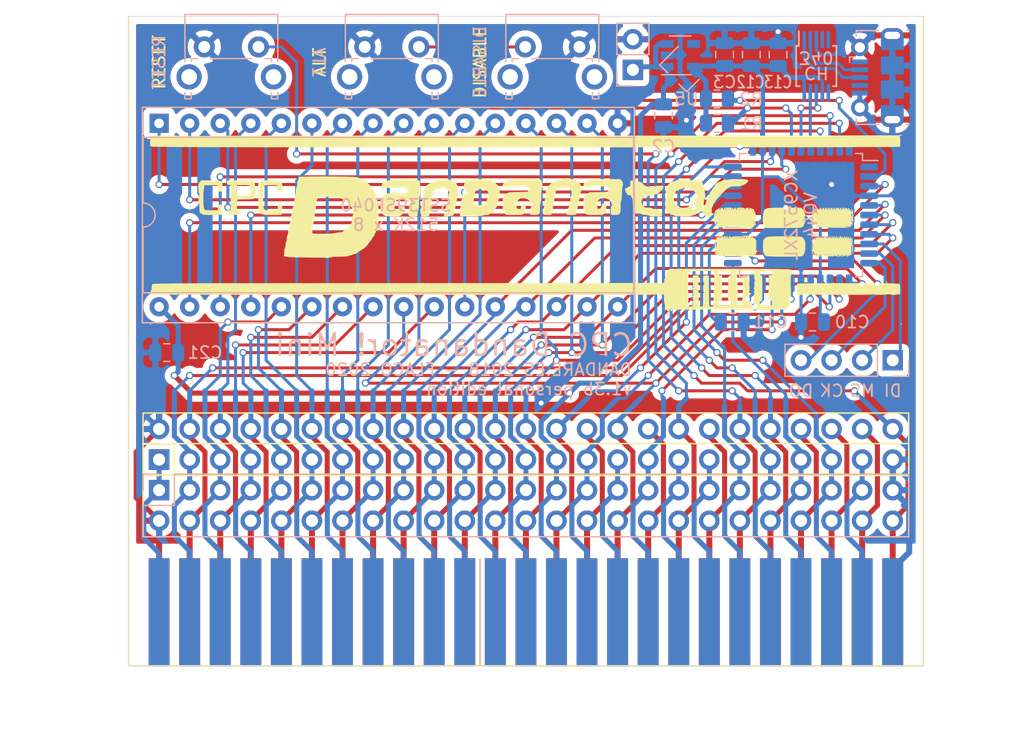
<source format=kicad_pcb>
(kicad_pcb (version 20171130) (host pcbnew 5.1.8-db9833491~88~ubuntu20.04.1)
  (title_block (title "CPC Dandanator personal edition") (date 2020-04-11) (rev "v1.3b modified") (company "FLACO 2019-2020, licence of this PCB is CC-BY-NC-SA"))
  (layers (0 F.Cu signal) (31 B.Cu signal) (34 B.Paste user) (35 F.Paste user) (36 B.SilkS user) (37 F.SilkS user) (38 B.Mask user) (39 F.Mask user) (44 Edge.Cuts user))
  (net 0 "")
  (net 1 GND)
  (net 2 +5V)
  (net 3 +3V3)
  (net 4 /ROMDIS)
  (net 5 /CLK4)
  (net 6 /EXP)
  (net 7 /LPEN)
  (net 8 /CURSOR)
  (net 9 /RAMDIS)
  (net 10 /RAMRD)
  (net 11 /ROMEN)
  (net 12 /RESET)
  (net 13 /BRST)
  (net 14 /READY)
  (net 15 /BUSAK)
  (net 16 /BUSRQ)
  (net 17 /NMI)
  (net 18 /INT)
  (net 19 /HALT)
  (net 20 /WR)
  (net 21 /RD)
  (net 22 /IORQ)
  (net 23 /RFSH)
  (net 24 /M1)
  (net 25 /MREQ)
  (net 26 /D0)
  (net 27 /D1)
  (net 28 /D2)
  (net 29 /D3)
  (net 30 /D4)
  (net 31 /D5)
  (net 32 /D6)
  (net 33 /D7)
  (net 34 /A0)
  (net 35 /A1)
  (net 36 /A2)
  (net 37 /A3)
  (net 38 /A4)
  (net 39 /A5)
  (net 40 /A6)
  (net 41 /A7)
  (net 42 /A8)
  (net 43 /A9)
  (net 44 /A10)
  (net 45 /A11)
  (net 46 /A12)
  (net 47 /A13)
  (net 48 /A14)
  (net 49 /A15)
  (net 50 /SOUND)
  (net 51 /TDO)
  (net 52 /TCK)
  (net 53 /TMS)
  (net 54 /TDI)
  (net 55 /ROMA18)
  (net 56 /ROMA17)
  (net 57 /ROMA16)
  (net 58 /ROMA15)
  (net 59 /ROMA14)
  (net 60 /ROMCE)
  (net 61 /ROMWE)
  (net 62 /BUTTON)
  (net 63 /BUTTON2)
  (net 64 /RXD)
  (net 65 /TXD)
  (net 66 /D+)
  (net 67 "Net-(J5-Pad4)")
  (net 68 "Net-(J5-Pad1)")
  (net 69 /D-)
  (net 70 "Net-(U1-Pad44)")
  (net 71 "Net-(U1-Pad1)")
  (net 72 "Net-(U5-Pad4)")
  (net 73 "Net-(U12-Pad6)")
  (net 74 "Net-(U12-Pad5)")
  (net 75 "Net-(U12-Pad4)")
  (module Sassa:PIC_Dandanator_FS_B (layer F.Cu) (at 104.14 140.9065)
    (fp_text reference FID1 hide)
    (fp_text value Logo hide)
  )
  (module Button_Switch_THT:SW_Tactile_SPST_Angled_PTS645Vx39-2LFS (layer B.Cu) (at 108.585 125.73 180)
    (fp_text reference SW4 hide)
    (fp_text value DISABLE)
    (pad "" thru_hole circle (at -1.25 -2.49 180) (size 2.1 2.1) (drill 1.3) (layers *.Cu *.Mask))
    (pad 1 thru_hole circle (at 0 0 180) (size 1.75 1.75) (drill 0.99) (layers *.Cu *.Mask) (net 1 GND))
    (pad 2 thru_hole circle (at 4.5 0 180) (size 1.75 1.75) (drill 0.99) (layers *.Cu *.Mask) (net 63 /BUTTON2))
    (pad "" thru_hole circle (at 5.76 -2.49 180) (size 2.1 2.1) (drill 1.3) (layers *.Cu *.Mask))
  )
  (module Button_Switch_THT:SW_Tactile_SPST_Angled_PTS645Vx39-2LFS (layer B.Cu) (at 95.25 125.73 180)
    (fp_text reference SW3 hide)
    (fp_text value ALTERNATE)
    (pad "" thru_hole circle (at -1.25 -2.49 180) (size 2.1 2.1) (drill 1.3) (layers *.Cu *.Mask))
    (pad 1 thru_hole circle (at 0 0 180) (size 1.75 1.75) (drill 0.99) (layers *.Cu *.Mask) (net 62 /BUTTON))
    (pad 2 thru_hole circle (at 4.5 0 180) (size 1.75 1.75) (drill 0.99) (layers *.Cu *.Mask) (net 1 GND))
    (pad "" thru_hole circle (at 5.76 -2.49 180) (size 2.1 2.1) (drill 1.3) (layers *.Cu *.Mask))
  )
  (module Button_Switch_THT:SW_Tactile_SPST_Angled_PTS645Vx39-2LFS (layer B.Cu) (at 81.915 125.73 180)
    (fp_text reference SW1 hide)
    (fp_text value RESET)
    (pad "" thru_hole circle (at -1.25 -2.49 180) (size 2.1 2.1) (drill 1.3) (layers *.Cu *.Mask))
    (pad 1 thru_hole circle (at 0 0 180) (size 1.75 1.75) (drill 0.99) (layers *.Cu *.Mask) (net 13 /BRST))
    (pad 2 thru_hole circle (at 4.5 0 180) (size 1.75 1.75) (drill 0.99) (layers *.Cu *.Mask) (net 1 GND))
    (pad "" thru_hole circle (at 5.76 -2.49 180) (size 2.1 2.1) (drill 1.3) (layers *.Cu *.Mask))
  )
  (module Package_SO:MSOP-10_3x3mm_P0.5mm (layer B.Cu) (at 128.27 127.3175 270)
    (fp_text reference U12 hide)
    (fp_text value CH340E)
    (pad 10 smd rect (at 2.2 1 270) (size 1.4 0.3) (layers B.Cu B.Paste B.Mask) (net 3 +3V3))
    (pad 9 smd rect (at 2.2 0.5 270) (size 1.4 0.3) (layers B.Cu B.Paste B.Mask) (net 64 /RXD))
    (pad 8 smd rect (at 2.2 0 270) (size 1.4 0.3) (layers B.Cu B.Paste B.Mask) (net 65 /TXD))
    (pad 7 smd rect (at 2.2 -0.5 270) (size 1.4 0.3) (layers B.Cu B.Paste B.Mask) (net 3 +3V3))
    (pad 6 smd rect (at 2.2 -1 270) (size 1.4 0.3) (layers B.Cu B.Paste B.Mask) (net 73 "Net-(U12-Pad6)"))
    (pad 5 smd rect (at -2.2 -1 270) (size 1.4 0.3) (layers B.Cu B.Paste B.Mask) (net 74 "Net-(U12-Pad5)"))
    (pad 4 smd rect (at -2.2 -0.5 270) (size 1.4 0.3) (layers B.Cu B.Paste B.Mask) (net 75 "Net-(U12-Pad4)"))
    (pad 3 smd rect (at -2.2 0 270) (size 1.4 0.3) (layers B.Cu B.Paste B.Mask) (net 1 GND))
    (pad 2 smd rect (at -2.2 0.5 270) (size 1.4 0.3) (layers B.Cu B.Paste B.Mask) (net 69 /D-))
    (pad 1 smd rect (at -2.2 1 270) (size 1.4 0.3) (layers B.Cu B.Paste B.Mask) (net 66 /D+))
  )
  (module Package_TO_SOT_SMD:SOT-23 (layer B.Cu) (at 116.9162 127.8001 225)
    (fp_text reference U15 hide)
    (fp_text value XC6206PxxxMR)
    (pad 3 smd rect (at 1 0 225) (size 0.9 0.8) (layers B.Cu B.Paste B.Mask) (net 2 +5V))
    (pad 2 smd rect (at -1 -0.95 225) (size 0.9 0.8) (layers B.Cu B.Paste B.Mask) (net 3 +3V3))
    (pad 1 smd rect (at -1 0.95 225) (size 0.9 0.8) (layers B.Cu B.Paste B.Mask) (net 1 GND))
  )
  (module Package_TO_SOT_SMD:SOT-23-5 (layer B.Cu) (at 116.967 126.4285)
    (fp_text reference U5 (at 0.508 3.6195 unlocked) (layer B.SilkS) (effects (justify mirror)))
    (fp_text value SPX3819M5-L-3-3)
    (pad 5 smd rect (at 1.1 0.95) (size 1.06 0.65) (layers B.Cu B.Paste B.Mask) (net 3 +3V3))
    (pad 4 smd rect (at 1.1 -0.95) (size 1.06 0.65) (layers B.Cu B.Paste B.Mask) (net 72 "Net-(U5-Pad4)"))
    (pad 3 smd rect (at -1.1 -0.95) (size 1.06 0.65) (layers B.Cu B.Paste B.Mask) (net 2 +5V))
    (pad 2 smd rect (at -1.1 0) (size 1.06 0.65) (layers B.Cu B.Paste B.Mask) (net 1 GND))
    (pad 1 smd rect (at -1.1 0.95) (size 1.06 0.65) (layers B.Cu B.Paste B.Mask) (net 2 +5V))
  )
  (module Package_DIP:DIP-32_W15.24mm_Socket (layer B.Cu) (at 73.66 132.08 270)
    (fp_text reference U3 hide)
    (fp_text value 29C040)
    (pad 32 thru_hole oval (at 15.24 0 270) (size 1.6 1.6) (drill 0.8) (layers *.Cu *.Mask) (net 2 +5V))
    (pad 16 thru_hole oval (at 0 -38.1 270) (size 1.6 1.6) (drill 0.8) (layers *.Cu *.Mask) (net 1 GND))
    (pad 31 thru_hole oval (at 15.24 -2.54 270) (size 1.6 1.6) (drill 0.8) (layers *.Cu *.Mask) (net 61 /ROMWE))
    (pad 15 thru_hole oval (at 0 -35.56 270) (size 1.6 1.6) (drill 0.8) (layers *.Cu *.Mask) (net 28 /D2))
    (pad 30 thru_hole oval (at 15.24 -5.08 270) (size 1.6 1.6) (drill 0.8) (layers *.Cu *.Mask) (net 56 /ROMA17))
    (pad 14 thru_hole oval (at 0 -33.02 270) (size 1.6 1.6) (drill 0.8) (layers *.Cu *.Mask) (net 27 /D1))
    (pad 29 thru_hole oval (at 15.24 -7.62 270) (size 1.6 1.6) (drill 0.8) (layers *.Cu *.Mask) (net 59 /ROMA14))
    (pad 13 thru_hole oval (at 0 -30.48 270) (size 1.6 1.6) (drill 0.8) (layers *.Cu *.Mask) (net 26 /D0))
    (pad 28 thru_hole oval (at 15.24 -10.16 270) (size 1.6 1.6) (drill 0.8) (layers *.Cu *.Mask) (net 47 /A13))
    (pad 12 thru_hole oval (at 0 -27.94 270) (size 1.6 1.6) (drill 0.8) (layers *.Cu *.Mask) (net 34 /A0))
    (pad 27 thru_hole oval (at 15.24 -12.7 270) (size 1.6 1.6) (drill 0.8) (layers *.Cu *.Mask) (net 42 /A8))
    (pad 11 thru_hole oval (at 0 -25.4 270) (size 1.6 1.6) (drill 0.8) (layers *.Cu *.Mask) (net 35 /A1))
    (pad 26 thru_hole oval (at 15.24 -15.24 270) (size 1.6 1.6) (drill 0.8) (layers *.Cu *.Mask) (net 43 /A9))
    (pad 10 thru_hole oval (at 0 -22.86 270) (size 1.6 1.6) (drill 0.8) (layers *.Cu *.Mask) (net 36 /A2))
    (pad 25 thru_hole oval (at 15.24 -17.78 270) (size 1.6 1.6) (drill 0.8) (layers *.Cu *.Mask) (net 45 /A11))
    (pad 9 thru_hole oval (at 0 -20.32 270) (size 1.6 1.6) (drill 0.8) (layers *.Cu *.Mask) (net 37 /A3))
    (pad 24 thru_hole oval (at 15.24 -20.32 270) (size 1.6 1.6) (drill 0.8) (layers *.Cu *.Mask) (net 21 /RD))
    (pad 8 thru_hole oval (at 0 -17.78 270) (size 1.6 1.6) (drill 0.8) (layers *.Cu *.Mask) (net 38 /A4))
    (pad 23 thru_hole oval (at 15.24 -22.86 270) (size 1.6 1.6) (drill 0.8) (layers *.Cu *.Mask) (net 44 /A10))
    (pad 7 thru_hole oval (at 0 -15.24 270) (size 1.6 1.6) (drill 0.8) (layers *.Cu *.Mask) (net 39 /A5))
    (pad 22 thru_hole oval (at 15.24 -25.4 270) (size 1.6 1.6) (drill 0.8) (layers *.Cu *.Mask) (net 60 /ROMCE))
    (pad 6 thru_hole oval (at 0 -12.7 270) (size 1.6 1.6) (drill 0.8) (layers *.Cu *.Mask) (net 40 /A6))
    (pad 21 thru_hole oval (at 15.24 -27.94 270) (size 1.6 1.6) (drill 0.8) (layers *.Cu *.Mask) (net 33 /D7))
    (pad 5 thru_hole oval (at 0 -10.16 270) (size 1.6 1.6) (drill 0.8) (layers *.Cu *.Mask) (net 41 /A7))
    (pad 20 thru_hole oval (at 15.24 -30.48 270) (size 1.6 1.6) (drill 0.8) (layers *.Cu *.Mask) (net 32 /D6))
    (pad 4 thru_hole oval (at 0 -7.62 270) (size 1.6 1.6) (drill 0.8) (layers *.Cu *.Mask) (net 46 /A12))
    (pad 19 thru_hole oval (at 15.24 -33.02 270) (size 1.6 1.6) (drill 0.8) (layers *.Cu *.Mask) (net 31 /D5))
    (pad 3 thru_hole oval (at 0 -5.08 270) (size 1.6 1.6) (drill 0.8) (layers *.Cu *.Mask) (net 58 /ROMA15))
    (pad 18 thru_hole oval (at 15.24 -35.56 270) (size 1.6 1.6) (drill 0.8) (layers *.Cu *.Mask) (net 30 /D4))
    (pad 2 thru_hole oval (at 0 -2.54 270) (size 1.6 1.6) (drill 0.8) (layers *.Cu *.Mask) (net 57 /ROMA16))
    (pad 17 thru_hole oval (at 15.24 -38.1 270) (size 1.6 1.6) (drill 0.8) (layers *.Cu *.Mask) (net 29 /D3))
    (pad 1 thru_hole rect (at 0 0 270) (size 1.6 1.6) (drill 0.8) (layers *.Cu *.Mask) (net 55 /ROMA18))
  )
  (module Capacitor_SMD:C_0805_2012Metric (layer B.Cu) (at 74.295 151.13 180)
    (fp_text reference C21 (at -3.175 0 unlocked) (layer B.SilkS) (effects (justify mirror)))
    (fp_text value 100n)
    (pad 2 smd roundrect (at 0.95 0 180) (size 1 1.45) (layers B.Cu B.Paste B.Mask) (net 1 GND))
    (pad 1 smd roundrect (at -0.95 0 180) (size 1 1.45) (layers B.Cu B.Paste B.Mask) (net 2 +5V))
  )
  (module Capacitor_SMD:C_0805_2012Metric (layer B.Cu) (at 125.095 126.365 90)
    (fp_text reference C13 (at -2.286 0 unlocked) (layer B.SilkS) (effects (font (size 1 0.8)) (justify mirror)))
    (fp_text value 100n)
    (pad 2 smd roundrect (at 0.95 0 90) (size 1 1.45) (layers B.Cu B.Paste B.Mask) (net 1 GND))
    (pad 1 smd roundrect (at -0.95 0 90) (size 1 1.45) (layers B.Cu B.Paste B.Mask) (net 3 +3V3))
  )
  (module Capacitor_SMD:C_0805_2012Metric (layer B.Cu) (at 122.8725 126.365 90)
    (fp_text reference C12 (at -2.286 -0.0635 unlocked) (layer B.SilkS) (effects (font (size 1 0.8)) (justify mirror)))
    (fp_text value 100n)
    (pad 2 smd roundrect (at 0.95 0 90) (size 1 1.45) (layers B.Cu B.Paste B.Mask) (net 1 GND))
    (pad 1 smd roundrect (at -0.95 0 90) (size 1 1.45) (layers B.Cu B.Paste B.Mask) (net 3 +3V3))
  )
  (module Capacitor_SMD:C_0805_2012Metric (layer B.Cu) (at 121.285 148.59)
    (fp_text reference C11 (at 3.175 0 unlocked) (layer B.SilkS) (effects (justify mirror)))
    (fp_text value 100n)
    (pad 2 smd roundrect (at 0.95 0) (size 1 1.45) (layers B.Cu B.Paste B.Mask) (net 1 GND))
    (pad 1 smd roundrect (at -0.95 0) (size 1 1.45) (layers B.Cu B.Paste B.Mask) (net 3 +3V3))
  )
  (module Capacitor_SMD:C_0805_2012Metric (layer B.Cu) (at 127.955 148.59 180)
    (fp_text reference C10 (at -3.2995 0 unlocked) (layer B.SilkS) (effects (justify mirror)))
    (fp_text value 100n)
    (pad 2 smd roundrect (at 0.95 0 180) (size 1 1.45) (layers B.Cu B.Paste B.Mask) (net 1 GND))
    (pad 1 smd roundrect (at -0.95 0 180) (size 1 1.45) (layers B.Cu B.Paste B.Mask) (net 3 +3V3))
  )
  (module Capacitor_SMD:C_0805_2012Metric (layer B.Cu) (at 120.65 126.365 90)
    (fp_text reference C3 (at -2.286 0 unlocked) (layer B.SilkS) (effects (justify mirror)))
    (fp_text value 10uF)
    (pad 2 smd roundrect (at 0.95 0 90) (size 1 1.45) (layers B.Cu B.Paste B.Mask) (net 1 GND))
    (pad 1 smd roundrect (at -0.95 0 90) (size 1 1.45) (layers B.Cu B.Paste B.Mask) (net 3 +3V3))
  )
  (module Capacitor_SMD:C_0805_2012Metric (layer B.Cu) (at 115.57 131.445 270)
    (fp_text reference C2 (at 2.54 0 unlocked) (layer B.SilkS) (effects (justify mirror)))
    (fp_text value 10uF)
    (pad 2 smd roundrect (at 0.95 0 270) (size 1 1.45) (layers B.Cu B.Paste B.Mask) (net 1 GND))
    (pad 1 smd roundrect (at -0.95 0 270) (size 1 1.45) (layers B.Cu B.Paste B.Mask) (net 2 +5V))
  )
  (module Package_QFP:LQFP-44_10x10mm_P0.8mm (layer B.Cu) (at 127 139.7 180)
    (fp_text reference U1 hide)
    (fp_text value XC9572XL-VQ44)
    (pad 44 smd roundrect (at -4 5.6625 180) (size 0.55 1.475) (layers B.Cu B.Paste B.Mask) (net 70 "Net-(U1-Pad44)"))
    (pad 43 smd roundrect (at -3.2 5.6625 180) (size 0.55 1.475) (layers B.Cu B.Paste B.Mask) (net 5 /CLK4))
    (pad 42 smd roundrect (at -2.4 5.6625 180) (size 0.55 1.475) (layers B.Cu B.Paste B.Mask) (net 17 /NMI))
    (pad 41 smd roundrect (at -1.6 5.6625 180) (size 0.55 1.475) (layers B.Cu B.Paste B.Mask) (net 11 /ROMEN))
    (pad 40 smd roundrect (at -0.8 5.6625 180) (size 0.55 1.475) (layers B.Cu B.Paste B.Mask) (net 64 /RXD))
    (pad 39 smd roundrect (at 0 5.6625 180) (size 0.55 1.475) (layers B.Cu B.Paste B.Mask) (net 65 /TXD))
    (pad 38 smd roundrect (at 0.8 5.6625 180) (size 0.55 1.475) (layers B.Cu B.Paste B.Mask) (net 62 /BUTTON))
    (pad 37 smd roundrect (at 1.6 5.6625 180) (size 0.55 1.475) (layers B.Cu B.Paste B.Mask) (net 60 /ROMCE))
    (pad 36 smd roundrect (at 2.4 5.6625 180) (size 0.55 1.475) (layers B.Cu B.Paste B.Mask) (net 55 /ROMA18))
    (pad 35 smd roundrect (at 3.2 5.6625 180) (size 0.55 1.475) (layers B.Cu B.Paste B.Mask) (net 3 +3V3))
    (pad 34 smd roundrect (at 4 5.6625 180) (size 0.55 1.475) (layers B.Cu B.Paste B.Mask) (net 56 /ROMA17))
    (pad 33 smd roundrect (at 5.6625 4 180) (size 1.475 0.55) (layers B.Cu B.Paste B.Mask) (net 12 /RESET))
    (pad 32 smd roundrect (at 5.6625 3.2 180) (size 1.475 0.55) (layers B.Cu B.Paste B.Mask) (net 57 /ROMA16))
    (pad 31 smd roundrect (at 5.6625 2.4 180) (size 1.475 0.55) (layers B.Cu B.Paste B.Mask) (net 58 /ROMA15))
    (pad 30 smd roundrect (at 5.6625 1.6 180) (size 1.475 0.55) (layers B.Cu B.Paste B.Mask) (net 59 /ROMA14))
    (pad 29 smd roundrect (at 5.6625 0.8 180) (size 1.475 0.55) (layers B.Cu B.Paste B.Mask) (net 25 /MREQ))
    (pad 28 smd roundrect (at 5.6625 0 180) (size 1.475 0.55) (layers B.Cu B.Paste B.Mask) (net 9 /RAMDIS))
    (pad 27 smd roundrect (at 5.6625 -0.8 180) (size 1.475 0.55) (layers B.Cu B.Paste B.Mask) (net 14 /READY))
    (pad 26 smd roundrect (at 5.6625 -1.6 180) (size 1.475 0.55) (layers B.Cu B.Paste B.Mask) (net 3 +3V3))
    (pad 25 smd roundrect (at 5.6625 -2.4 180) (size 1.475 0.55) (layers B.Cu B.Paste B.Mask) (net 1 GND))
    (pad 24 smd roundrect (at 5.6625 -3.2 180) (size 1.475 0.55) (layers B.Cu B.Paste B.Mask) (net 51 /TDO))
    (pad 23 smd roundrect (at 5.6625 -4 180) (size 1.475 0.55) (layers B.Cu B.Paste B.Mask) (net 4 /ROMDIS))
    (pad 22 smd roundrect (at 4 -5.6625 180) (size 0.55 1.475) (layers B.Cu B.Paste B.Mask) (net 48 /A14))
    (pad 21 smd roundrect (at 3.2 -5.6625 180) (size 0.55 1.475) (layers B.Cu B.Paste B.Mask) (net 49 /A15))
    (pad 20 smd roundrect (at 2.4 -5.6625 180) (size 0.55 1.475) (layers B.Cu B.Paste B.Mask) (net 20 /WR))
    (pad 19 smd roundrect (at 1.6 -5.6625 180) (size 0.55 1.475) (layers B.Cu B.Paste B.Mask) (net 21 /RD))
    (pad 18 smd roundrect (at 0.8 -5.6625 180) (size 0.55 1.475) (layers B.Cu B.Paste B.Mask) (net 26 /D0))
    (pad 17 smd roundrect (at 0 -5.6625 180) (size 0.55 1.475) (layers B.Cu B.Paste B.Mask) (net 1 GND))
    (pad 16 smd roundrect (at -0.8 -5.6625 180) (size 0.55 1.475) (layers B.Cu B.Paste B.Mask) (net 24 /M1))
    (pad 15 smd roundrect (at -1.6 -5.6625 180) (size 0.55 1.475) (layers B.Cu B.Paste B.Mask) (net 3 +3V3))
    (pad 14 smd roundrect (at -2.4 -5.6625 180) (size 0.55 1.475) (layers B.Cu B.Paste B.Mask) (net 27 /D1))
    (pad 13 smd roundrect (at -3.2 -5.6625 180) (size 0.55 1.475) (layers B.Cu B.Paste B.Mask) (net 28 /D2))
    (pad 12 smd roundrect (at -4 -5.6625 180) (size 0.55 1.475) (layers B.Cu B.Paste B.Mask) (net 29 /D3))
    (pad 11 smd roundrect (at -5.6625 -4 180) (size 1.475 0.55) (layers B.Cu B.Paste B.Mask) (net 52 /TCK))
    (pad 10 smd roundrect (at -5.6625 -3.2 180) (size 1.475 0.55) (layers B.Cu B.Paste B.Mask) (net 53 /TMS))
    (pad 9 smd roundrect (at -5.6625 -2.4 180) (size 1.475 0.55) (layers B.Cu B.Paste B.Mask) (net 54 /TDI))
    (pad 8 smd roundrect (at -5.6625 -1.6 180) (size 1.475 0.55) (layers B.Cu B.Paste B.Mask) (net 30 /D4))
    (pad 7 smd roundrect (at -5.6625 -0.8 180) (size 1.475 0.55) (layers B.Cu B.Paste B.Mask) (net 31 /D5))
    (pad 6 smd roundrect (at -5.6625 0 180) (size 1.475 0.55) (layers B.Cu B.Paste B.Mask) (net 32 /D6))
    (pad 5 smd roundrect (at -5.6625 0.8 180) (size 1.475 0.55) (layers B.Cu B.Paste B.Mask) (net 33 /D7))
    (pad 4 smd roundrect (at -5.6625 1.6 180) (size 1.475 0.55) (layers B.Cu B.Paste B.Mask) (net 1 GND))
    (pad 3 smd roundrect (at -5.6625 2.4 180) (size 1.475 0.55) (layers B.Cu B.Paste B.Mask) (net 61 /ROMWE))
    (pad 2 smd roundrect (at -5.6625 3.2 180) (size 1.475 0.55) (layers B.Cu B.Paste B.Mask) (net 63 /BUTTON2))
    (pad 1 smd roundrect (at -5.6625 4 180) (size 1.475 0.55) (layers B.Cu B.Paste B.Mask) (net 71 "Net-(U1-Pad1)"))
  )
  (module Connector_PinHeader_2.54mm:PinHeader_1x02_P2.54mm_Vertical (layer B.Cu) (at 113.03 127.635)
    (fp_text reference J3 hide)
    (fp_text value POWER)
    (pad 2 thru_hole oval (at 0 -2.54) (size 1.7 1.7) (drill 1) (layers *.Cu *.Mask) (net 1 GND))
    (pad 1 thru_hole rect (at 0 0) (size 1.7 1.7) (drill 1) (layers *.Cu *.Mask) (net 2 +5V))
  )
  (module Connector_USB:USB_Micro-B_Molex-105017-0001 (layer B.Cu) (at 133.35 128.27 270)
    (fp_text reference J5 hide)
    (fp_text value USB_B_Micro)
    (pad 6 smd rect (at -2.9 -1.2375 270) (size 1.2 1.9) (layers B.Cu B.Mask) (net 1 GND))
    (pad 6 smd rect (at 2.9 -1.2375 270) (size 1.2 1.9) (layers B.Cu B.Mask) (net 1 GND))
    (pad 6 thru_hole oval (at 3.5 -1.2375 270) (size 1.2 1.9) (drill oval 0.6 1.3) (layers *.Cu *.Mask) (net 1 GND))
    (pad 6 thru_hole oval (at -3.5 -1.2375 90) (size 1.2 1.9) (drill oval 0.6 1.3) (layers *.Cu *.Mask) (net 1 GND))
    (pad 6 smd rect (at -1 -1.2375 270) (size 1.5 1.9) (layers B.Cu B.Paste B.Mask) (net 1 GND))
    (pad 6 thru_hole circle (at 2.5 1.4625 270) (size 1.45 1.45) (drill 0.85) (layers *.Cu *.Mask) (net 1 GND))
    (pad 3 smd rect (at 0 1.4625 270) (size 0.4 1.35) (layers B.Cu B.Paste B.Mask) (net 66 /D+))
    (pad 4 smd rect (at 0.65 1.4625 270) (size 0.4 1.35) (layers B.Cu B.Paste B.Mask) (net 67 "Net-(J5-Pad4)"))
    (pad 5 smd rect (at 1.3 1.4625 270) (size 0.4 1.35) (layers B.Cu B.Paste B.Mask) (net 1 GND))
    (pad 1 smd rect (at -1.3 1.4625 270) (size 0.4 1.35) (layers B.Cu B.Paste B.Mask) (net 68 "Net-(J5-Pad1)"))
    (pad 2 smd rect (at -0.65 1.4625 270) (size 0.4 1.35) (layers B.Cu B.Paste B.Mask) (net 69 /D-))
    (pad 6 thru_hole circle (at -2.5 1.4625 270) (size 1.45 1.45) (drill 0.85) (layers *.Cu *.Mask) (net 1 GND))
    (pad 6 smd rect (at 1 -1.2375 270) (size 1.5 1.9) (layers B.Cu B.Paste B.Mask) (net 1 GND))
  )
  (module Resistor_SMD:R_0805_2012Metric (layer B.Cu) (at 120.015 132.08)
    (fp_text reference R1 (at 2.8575 0 unlocked) (layer B.SilkS) (effects (justify mirror)))
    (fp_text value 10k)
    (pad 2 smd roundrect (at 0.9125 0) (size 1.025 1.4) (layers B.Cu B.Paste B.Mask) (roundrect_rratio 0.243902) (net 62 /BUTTON))
    (pad 1 smd roundrect (at -0.9125 0) (size 1.025 1.4) (layers B.Cu B.Paste B.Mask) (roundrect_rratio 0.243902) (net 3 +3V3))
  )
  (module Resistor_SMD:R_0805_2012Metric (layer B.Cu) (at 120.015 130.048)
    (fp_text reference R2 (at 2.8575 0 unlocked) (layer B.SilkS) (effects (justify mirror)))
    (fp_text value 10k)
    (pad 2 smd roundrect (at 0.9125 0) (size 1.025 1.4) (layers B.Cu B.Paste B.Mask) (roundrect_rratio 0.243902) (net 63 /BUTTON2))
    (pad 1 smd roundrect (at -0.9125 0) (size 1.025 1.4) (layers B.Cu B.Paste B.Mask) (roundrect_rratio 0.243902) (net 3 +3V3))
  )
  (module Connector_PinHeader_2.54mm:PinHeader_2x25_P2.54mm_Vertical (layer B.Cu) (at 73.66 162.56 270)
    (fp_text reference J9 hide)
    (fp_text value "FROM EXPANSION")
    (pad 50 thru_hole oval (at 2.54 -60.96 270) (size 1.7 1.7) (drill 1) (layers *.Cu *.Mask) (net 5 /CLK4))
    (pad 49 thru_hole oval (at 0 -60.96 270) (size 1.7 1.7) (drill 1) (layers *.Cu *.Mask) (net 1 GND))
    (pad 48 thru_hole oval (at 2.54 -58.42 270) (size 1.7 1.7) (drill 1) (layers *.Cu *.Mask) (net 6 /EXP))
    (pad 47 thru_hole oval (at 0 -58.42 270) (size 1.7 1.7) (drill 1) (layers *.Cu *.Mask) (net 7 /LPEN))
    (pad 46 thru_hole oval (at 2.54 -55.88 270) (size 1.7 1.7) (drill 1) (layers *.Cu *.Mask) (net 8 /CURSOR))
    (pad 45 thru_hole oval (at 0 -55.88 270) (size 1.7 1.7) (drill 1) (layers *.Cu *.Mask) (net 9 /RAMDIS))
    (pad 44 thru_hole oval (at 2.54 -53.34 270) (size 1.7 1.7) (drill 1) (layers *.Cu *.Mask) (net 10 /RAMRD))
    (pad 43 thru_hole oval (at 0 -53.34 270) (size 1.7 1.7) (drill 1) (layers *.Cu *.Mask) (net 4 /ROMDIS))
    (pad 42 thru_hole oval (at 2.54 -50.8 270) (size 1.7 1.7) (drill 1) (layers *.Cu *.Mask) (net 11 /ROMEN))
    (pad 41 thru_hole oval (at 0 -50.8 270) (size 1.7 1.7) (drill 1) (layers *.Cu *.Mask) (net 12 /RESET))
    (pad 40 thru_hole oval (at 2.54 -48.26 270) (size 1.7 1.7) (drill 1) (layers *.Cu *.Mask) (net 13 /BRST))
    (pad 39 thru_hole oval (at 0 -48.26 270) (size 1.7 1.7) (drill 1) (layers *.Cu *.Mask) (net 14 /READY))
    (pad 38 thru_hole oval (at 2.54 -45.72 270) (size 1.7 1.7) (drill 1) (layers *.Cu *.Mask) (net 15 /BUSAK))
    (pad 37 thru_hole oval (at 0 -45.72 270) (size 1.7 1.7) (drill 1) (layers *.Cu *.Mask) (net 16 /BUSRQ))
    (pad 36 thru_hole oval (at 2.54 -43.18 270) (size 1.7 1.7) (drill 1) (layers *.Cu *.Mask) (net 17 /NMI))
    (pad 35 thru_hole oval (at 0 -43.18 270) (size 1.7 1.7) (drill 1) (layers *.Cu *.Mask) (net 18 /INT))
    (pad 34 thru_hole oval (at 2.54 -40.64 270) (size 1.7 1.7) (drill 1) (layers *.Cu *.Mask) (net 19 /HALT))
    (pad 33 thru_hole oval (at 0 -40.64 270) (size 1.7 1.7) (drill 1) (layers *.Cu *.Mask) (net 20 /WR))
    (pad 32 thru_hole oval (at 2.54 -38.1 270) (size 1.7 1.7) (drill 1) (layers *.Cu *.Mask) (net 21 /RD))
    (pad 31 thru_hole oval (at 0 -38.1 270) (size 1.7 1.7) (drill 1) (layers *.Cu *.Mask) (net 22 /IORQ))
    (pad 30 thru_hole oval (at 2.54 -35.56 270) (size 1.7 1.7) (drill 1) (layers *.Cu *.Mask) (net 23 /RFSH))
    (pad 29 thru_hole oval (at 0 -35.56 270) (size 1.7 1.7) (drill 1) (layers *.Cu *.Mask) (net 24 /M1))
    (pad 28 thru_hole oval (at 2.54 -33.02 270) (size 1.7 1.7) (drill 1) (layers *.Cu *.Mask) (net 25 /MREQ))
    (pad 27 thru_hole oval (at 0 -33.02 270) (size 1.7 1.7) (drill 1) (layers *.Cu *.Mask) (net 2 +5V))
    (pad 26 thru_hole oval (at 2.54 -30.48 270) (size 1.7 1.7) (drill 1) (layers *.Cu *.Mask) (net 26 /D0))
    (pad 25 thru_hole oval (at 0 -30.48 270) (size 1.7 1.7) (drill 1) (layers *.Cu *.Mask) (net 27 /D1))
    (pad 24 thru_hole oval (at 2.54 -27.94 270) (size 1.7 1.7) (drill 1) (layers *.Cu *.Mask) (net 28 /D2))
    (pad 23 thru_hole oval (at 0 -27.94 270) (size 1.7 1.7) (drill 1) (layers *.Cu *.Mask) (net 29 /D3))
    (pad 22 thru_hole oval (at 2.54 -25.4 270) (size 1.7 1.7) (drill 1) (layers *.Cu *.Mask) (net 30 /D4))
    (pad 21 thru_hole oval (at 0 -25.4 270) (size 1.7 1.7) (drill 1) (layers *.Cu *.Mask) (net 31 /D5))
    (pad 20 thru_hole oval (at 2.54 -22.86 270) (size 1.7 1.7) (drill 1) (layers *.Cu *.Mask) (net 32 /D6))
    (pad 19 thru_hole oval (at 0 -22.86 270) (size 1.7 1.7) (drill 1) (layers *.Cu *.Mask) (net 33 /D7))
    (pad 18 thru_hole oval (at 2.54 -20.32 270) (size 1.7 1.7) (drill 1) (layers *.Cu *.Mask) (net 34 /A0))
    (pad 17 thru_hole oval (at 0 -20.32 270) (size 1.7 1.7) (drill 1) (layers *.Cu *.Mask) (net 35 /A1))
    (pad 16 thru_hole oval (at 2.54 -17.78 270) (size 1.7 1.7) (drill 1) (layers *.Cu *.Mask) (net 36 /A2))
    (pad 15 thru_hole oval (at 0 -17.78 270) (size 1.7 1.7) (drill 1) (layers *.Cu *.Mask) (net 37 /A3))
    (pad 14 thru_hole oval (at 2.54 -15.24 270) (size 1.7 1.7) (drill 1) (layers *.Cu *.Mask) (net 38 /A4))
    (pad 13 thru_hole oval (at 0 -15.24 270) (size 1.7 1.7) (drill 1) (layers *.Cu *.Mask) (net 39 /A5))
    (pad 12 thru_hole oval (at 2.54 -12.7 270) (size 1.7 1.7) (drill 1) (layers *.Cu *.Mask) (net 40 /A6))
    (pad 11 thru_hole oval (at 0 -12.7 270) (size 1.7 1.7) (drill 1) (layers *.Cu *.Mask) (net 41 /A7))
    (pad 10 thru_hole oval (at 2.54 -10.16 270) (size 1.7 1.7) (drill 1) (layers *.Cu *.Mask) (net 42 /A8))
    (pad 9 thru_hole oval (at 0 -10.16 270) (size 1.7 1.7) (drill 1) (layers *.Cu *.Mask) (net 43 /A9))
    (pad 8 thru_hole oval (at 2.54 -7.62 270) (size 1.7 1.7) (drill 1) (layers *.Cu *.Mask) (net 44 /A10))
    (pad 7 thru_hole oval (at 0 -7.62 270) (size 1.7 1.7) (drill 1) (layers *.Cu *.Mask) (net 45 /A11))
    (pad 6 thru_hole oval (at 2.54 -5.08 270) (size 1.7 1.7) (drill 1) (layers *.Cu *.Mask) (net 46 /A12))
    (pad 5 thru_hole oval (at 0 -5.08 270) (size 1.7 1.7) (drill 1) (layers *.Cu *.Mask) (net 47 /A13))
    (pad 4 thru_hole oval (at 2.54 -2.54 270) (size 1.7 1.7) (drill 1) (layers *.Cu *.Mask) (net 48 /A14))
    (pad 3 thru_hole oval (at 0 -2.54 270) (size 1.7 1.7) (drill 1) (layers *.Cu *.Mask) (net 49 /A15))
    (pad 2 thru_hole oval (at 2.54 0 270) (size 1.7 1.7) (drill 1) (layers *.Cu *.Mask) (net 1 GND))
    (pad 1 thru_hole rect (at 0 0 270) (size 1.7 1.7) (drill 1) (layers *.Cu *.Mask) (net 50 /SOUND))
  )
  (module Sassa:CPC_ExpansionSocket_2x25_P2.54mm_5mm (layer F.Cu) (at 73.66 160.02 90)
    (fp_text reference J1 hide)
    (fp_text value "TO CPC CARD EDGE")
    (pad 50 thru_hole oval (at -5.08 60.96 90) (size 1.7 1.7) (drill 1) (layers *.Cu *.Mask) (net 5 /CLK4))
    (pad 49 thru_hole oval (at 0 60.96 90) (size 1.7 1.7) (drill 1) (layers *.Cu *.Mask) (net 1 GND))
    (pad 48 thru_hole oval (at -5.08 58.42 90) (size 1.7 1.7) (drill 1) (layers *.Cu *.Mask) (net 6 /EXP))
    (pad 47 thru_hole oval (at 0 58.42 90) (size 1.7 1.7) (drill 1) (layers *.Cu *.Mask) (net 7 /LPEN))
    (pad 46 thru_hole oval (at -5.08 55.88 90) (size 1.7 1.7) (drill 1) (layers *.Cu *.Mask) (net 8 /CURSOR))
    (pad 45 thru_hole oval (at 0 55.88 90) (size 1.7 1.7) (drill 1) (layers *.Cu *.Mask) (net 9 /RAMDIS))
    (pad 44 thru_hole oval (at -5.08 53.34 90) (size 1.7 1.7) (drill 1) (layers *.Cu *.Mask) (net 10 /RAMRD))
    (pad 43 thru_hole oval (at 0 53.34 90) (size 1.7 1.7) (drill 1) (layers *.Cu *.Mask) (net 4 /ROMDIS))
    (pad 42 thru_hole oval (at -5.08 50.8 90) (size 1.7 1.7) (drill 1) (layers *.Cu *.Mask) (net 11 /ROMEN))
    (pad 41 thru_hole oval (at 0 50.8 90) (size 1.7 1.7) (drill 1) (layers *.Cu *.Mask) (net 12 /RESET))
    (pad 40 thru_hole oval (at -5.08 48.26 90) (size 1.7 1.7) (drill 1) (layers *.Cu *.Mask) (net 13 /BRST))
    (pad 39 thru_hole oval (at 0 48.26 90) (size 1.7 1.7) (drill 1) (layers *.Cu *.Mask) (net 14 /READY))
    (pad 38 thru_hole oval (at -5.08 45.72 90) (size 1.7 1.7) (drill 1) (layers *.Cu *.Mask) (net 15 /BUSAK))
    (pad 37 thru_hole oval (at 0 45.72 90) (size 1.7 1.7) (drill 1) (layers *.Cu *.Mask) (net 16 /BUSRQ))
    (pad 36 thru_hole oval (at -5.08 43.18 90) (size 1.7 1.7) (drill 1) (layers *.Cu *.Mask) (net 17 /NMI))
    (pad 35 thru_hole oval (at 0 43.18 90) (size 1.7 1.7) (drill 1) (layers *.Cu *.Mask) (net 18 /INT))
    (pad 34 thru_hole oval (at -5.08 40.64 90) (size 1.7 1.7) (drill 1) (layers *.Cu *.Mask) (net 19 /HALT))
    (pad 33 thru_hole oval (at 0 40.64 90) (size 1.7 1.7) (drill 1) (layers *.Cu *.Mask) (net 20 /WR))
    (pad 32 thru_hole oval (at -5.08 38.1 90) (size 1.7 1.7) (drill 1) (layers *.Cu *.Mask) (net 21 /RD))
    (pad 31 thru_hole oval (at 0 38.1 90) (size 1.7 1.7) (drill 1) (layers *.Cu *.Mask) (net 22 /IORQ))
    (pad 30 thru_hole oval (at -5.08 35.56 90) (size 1.7 1.7) (drill 1) (layers *.Cu *.Mask) (net 23 /RFSH))
    (pad 29 thru_hole oval (at 0 35.56 90) (size 1.7 1.7) (drill 1) (layers *.Cu *.Mask) (net 24 /M1))
    (pad 28 thru_hole oval (at -5.08 33.02 90) (size 1.7 1.7) (drill 1) (layers *.Cu *.Mask) (net 25 /MREQ))
    (pad 27 thru_hole oval (at 0 33.02 90) (size 1.7 1.7) (drill 1) (layers *.Cu *.Mask) (net 2 +5V))
    (pad 26 thru_hole oval (at -5.08 30.48 90) (size 1.7 1.7) (drill 1) (layers *.Cu *.Mask) (net 26 /D0))
    (pad 25 thru_hole oval (at 0 30.48 90) (size 1.7 1.7) (drill 1) (layers *.Cu *.Mask) (net 27 /D1))
    (pad 24 thru_hole oval (at -5.08 27.94 90) (size 1.7 1.7) (drill 1) (layers *.Cu *.Mask) (net 28 /D2))
    (pad 23 thru_hole oval (at 0 27.94 90) (size 1.7 1.7) (drill 1) (layers *.Cu *.Mask) (net 29 /D3))
    (pad 22 thru_hole oval (at -5.08 25.4 90) (size 1.7 1.7) (drill 1) (layers *.Cu *.Mask) (net 30 /D4))
    (pad 21 thru_hole oval (at 0 25.4 90) (size 1.7 1.7) (drill 1) (layers *.Cu *.Mask) (net 31 /D5))
    (pad 20 thru_hole oval (at -5.08 22.86 90) (size 1.7 1.7) (drill 1) (layers *.Cu *.Mask) (net 32 /D6))
    (pad 19 thru_hole oval (at 0 22.86 90) (size 1.7 1.7) (drill 1) (layers *.Cu *.Mask) (net 33 /D7))
    (pad 18 thru_hole oval (at -5.08 20.32 90) (size 1.7 1.7) (drill 1) (layers *.Cu *.Mask) (net 34 /A0))
    (pad 17 thru_hole oval (at 0 20.32 90) (size 1.7 1.7) (drill 1) (layers *.Cu *.Mask) (net 35 /A1))
    (pad 16 thru_hole oval (at -5.08 17.78 90) (size 1.7 1.7) (drill 1) (layers *.Cu *.Mask) (net 36 /A2))
    (pad 15 thru_hole oval (at 0 17.78 90) (size 1.7 1.7) (drill 1) (layers *.Cu *.Mask) (net 37 /A3))
    (pad 14 thru_hole oval (at -5.08 15.24 90) (size 1.7 1.7) (drill 1) (layers *.Cu *.Mask) (net 38 /A4))
    (pad 13 thru_hole oval (at 0 15.24 90) (size 1.7 1.7) (drill 1) (layers *.Cu *.Mask) (net 39 /A5))
    (pad 12 thru_hole oval (at -5.08 12.7 90) (size 1.7 1.7) (drill 1) (layers *.Cu *.Mask) (net 40 /A6))
    (pad 11 thru_hole oval (at 0 12.7 90) (size 1.7 1.7) (drill 1) (layers *.Cu *.Mask) (net 41 /A7))
    (pad 10 thru_hole oval (at -5.08 10.16 90) (size 1.7 1.7) (drill 1) (layers *.Cu *.Mask) (net 42 /A8))
    (pad 9 thru_hole oval (at 0 10.16 90) (size 1.7 1.7) (drill 1) (layers *.Cu *.Mask) (net 43 /A9))
    (pad 8 thru_hole oval (at -5.08 7.62 90) (size 1.7 1.7) (drill 1) (layers *.Cu *.Mask) (net 44 /A10))
    (pad 7 thru_hole oval (at 0 7.62 90) (size 1.7 1.7) (drill 1) (layers *.Cu *.Mask) (net 45 /A11))
    (pad 6 thru_hole oval (at -5.08 5.08 90) (size 1.7 1.7) (drill 1) (layers *.Cu *.Mask) (net 46 /A12))
    (pad 5 thru_hole oval (at 0 5.08 90) (size 1.7 1.7) (drill 1) (layers *.Cu *.Mask) (net 47 /A13))
    (pad 4 thru_hole oval (at -5.08 2.54 90) (size 1.7 1.7) (drill 1) (layers *.Cu *.Mask) (net 48 /A14))
    (pad 3 thru_hole oval (at 0 2.54 90) (size 1.7 1.7) (drill 1) (layers *.Cu *.Mask) (net 49 /A15))
    (pad 2 thru_hole oval (at -5.08 0 90) (size 1.7 1.7) (drill 1) (layers *.Cu *.Mask) (net 1 GND))
    (pad 1 thru_hole rect (at 0 0 90) (size 1.7 1.7) (drill 1) (layers *.Cu *.Mask) (net 50 /SOUND))
  )
  (module Connector_PinHeader_2.54mm:PinHeader_2x25_P2.54mm_Vertical (layer F.Cu) (at 73.66 160.02 90)
    (fp_text reference J2 hide)
    (fp_text value "TO CPC MX-4 ribbon")
    (pad 50 thru_hole oval (at 2.54 60.96 90) (size 1.7 1.7) (drill 1) (layers *.Cu *.Mask) (net 5 /CLK4))
    (pad 49 thru_hole oval (at 0 60.96 90) (size 1.7 1.7) (drill 1) (layers *.Cu *.Mask) (net 1 GND))
    (pad 48 thru_hole oval (at 2.54 58.42 90) (size 1.7 1.7) (drill 1) (layers *.Cu *.Mask) (net 6 /EXP))
    (pad 47 thru_hole oval (at 0 58.42 90) (size 1.7 1.7) (drill 1) (layers *.Cu *.Mask) (net 7 /LPEN))
    (pad 46 thru_hole oval (at 2.54 55.88 90) (size 1.7 1.7) (drill 1) (layers *.Cu *.Mask) (net 8 /CURSOR))
    (pad 45 thru_hole oval (at 0 55.88 90) (size 1.7 1.7) (drill 1) (layers *.Cu *.Mask) (net 9 /RAMDIS))
    (pad 44 thru_hole oval (at 2.54 53.34 90) (size 1.7 1.7) (drill 1) (layers *.Cu *.Mask) (net 10 /RAMRD))
    (pad 43 thru_hole oval (at 0 53.34 90) (size 1.7 1.7) (drill 1) (layers *.Cu *.Mask) (net 4 /ROMDIS))
    (pad 42 thru_hole oval (at 2.54 50.8 90) (size 1.7 1.7) (drill 1) (layers *.Cu *.Mask) (net 11 /ROMEN))
    (pad 41 thru_hole oval (at 0 50.8 90) (size 1.7 1.7) (drill 1) (layers *.Cu *.Mask) (net 12 /RESET))
    (pad 40 thru_hole oval (at 2.54 48.26 90) (size 1.7 1.7) (drill 1) (layers *.Cu *.Mask) (net 13 /BRST))
    (pad 39 thru_hole oval (at 0 48.26 90) (size 1.7 1.7) (drill 1) (layers *.Cu *.Mask) (net 14 /READY))
    (pad 38 thru_hole oval (at 2.54 45.72 90) (size 1.7 1.7) (drill 1) (layers *.Cu *.Mask) (net 15 /BUSAK))
    (pad 37 thru_hole oval (at 0 45.72 90) (size 1.7 1.7) (drill 1) (layers *.Cu *.Mask) (net 16 /BUSRQ))
    (pad 36 thru_hole oval (at 2.54 43.18 90) (size 1.7 1.7) (drill 1) (layers *.Cu *.Mask) (net 17 /NMI))
    (pad 35 thru_hole oval (at 0 43.18 90) (size 1.7 1.7) (drill 1) (layers *.Cu *.Mask) (net 18 /INT))
    (pad 34 thru_hole oval (at 2.54 40.64 90) (size 1.7 1.7) (drill 1) (layers *.Cu *.Mask) (net 19 /HALT))
    (pad 33 thru_hole oval (at 0 40.64 90) (size 1.7 1.7) (drill 1) (layers *.Cu *.Mask) (net 20 /WR))
    (pad 32 thru_hole oval (at 2.54 38.1 90) (size 1.7 1.7) (drill 1) (layers *.Cu *.Mask) (net 21 /RD))
    (pad 31 thru_hole oval (at 0 38.1 90) (size 1.7 1.7) (drill 1) (layers *.Cu *.Mask) (net 22 /IORQ))
    (pad 30 thru_hole oval (at 2.54 35.56 90) (size 1.7 1.7) (drill 1) (layers *.Cu *.Mask) (net 23 /RFSH))
    (pad 29 thru_hole oval (at 0 35.56 90) (size 1.7 1.7) (drill 1) (layers *.Cu *.Mask) (net 24 /M1))
    (pad 28 thru_hole oval (at 2.54 33.02 90) (size 1.7 1.7) (drill 1) (layers *.Cu *.Mask) (net 25 /MREQ))
    (pad 27 thru_hole oval (at 0 33.02 90) (size 1.7 1.7) (drill 1) (layers *.Cu *.Mask) (net 2 +5V))
    (pad 26 thru_hole oval (at 2.54 30.48 90) (size 1.7 1.7) (drill 1) (layers *.Cu *.Mask) (net 26 /D0))
    (pad 25 thru_hole oval (at 0 30.48 90) (size 1.7 1.7) (drill 1) (layers *.Cu *.Mask) (net 27 /D1))
    (pad 24 thru_hole oval (at 2.54 27.94 90) (size 1.7 1.7) (drill 1) (layers *.Cu *.Mask) (net 28 /D2))
    (pad 23 thru_hole oval (at 0 27.94 90) (size 1.7 1.7) (drill 1) (layers *.Cu *.Mask) (net 29 /D3))
    (pad 22 thru_hole oval (at 2.54 25.4 90) (size 1.7 1.7) (drill 1) (layers *.Cu *.Mask) (net 30 /D4))
    (pad 21 thru_hole oval (at 0 25.4 90) (size 1.7 1.7) (drill 1) (layers *.Cu *.Mask) (net 31 /D5))
    (pad 20 thru_hole oval (at 2.54 22.86 90) (size 1.7 1.7) (drill 1) (layers *.Cu *.Mask) (net 32 /D6))
    (pad 19 thru_hole oval (at 0 22.86 90) (size 1.7 1.7) (drill 1) (layers *.Cu *.Mask) (net 33 /D7))
    (pad 18 thru_hole oval (at 2.54 20.32 90) (size 1.7 1.7) (drill 1) (layers *.Cu *.Mask) (net 34 /A0))
    (pad 17 thru_hole oval (at 0 20.32 90) (size 1.7 1.7) (drill 1) (layers *.Cu *.Mask) (net 35 /A1))
    (pad 16 thru_hole oval (at 2.54 17.78 90) (size 1.7 1.7) (drill 1) (layers *.Cu *.Mask) (net 36 /A2))
    (pad 15 thru_hole oval (at 0 17.78 90) (size 1.7 1.7) (drill 1) (layers *.Cu *.Mask) (net 37 /A3))
    (pad 14 thru_hole oval (at 2.54 15.24 90) (size 1.7 1.7) (drill 1) (layers *.Cu *.Mask) (net 38 /A4))
    (pad 13 thru_hole oval (at 0 15.24 90) (size 1.7 1.7) (drill 1) (layers *.Cu *.Mask) (net 39 /A5))
    (pad 12 thru_hole oval (at 2.54 12.7 90) (size 1.7 1.7) (drill 1) (layers *.Cu *.Mask) (net 40 /A6))
    (pad 11 thru_hole oval (at 0 12.7 90) (size 1.7 1.7) (drill 1) (layers *.Cu *.Mask) (net 41 /A7))
    (pad 10 thru_hole oval (at 2.54 10.16 90) (size 1.7 1.7) (drill 1) (layers *.Cu *.Mask) (net 42 /A8))
    (pad 9 thru_hole oval (at 0 10.16 90) (size 1.7 1.7) (drill 1) (layers *.Cu *.Mask) (net 43 /A9))
    (pad 8 thru_hole oval (at 2.54 7.62 90) (size 1.7 1.7) (drill 1) (layers *.Cu *.Mask) (net 44 /A10))
    (pad 7 thru_hole oval (at 0 7.62 90) (size 1.7 1.7) (drill 1) (layers *.Cu *.Mask) (net 45 /A11))
    (pad 6 thru_hole oval (at 2.54 5.08 90) (size 1.7 1.7) (drill 1) (layers *.Cu *.Mask) (net 46 /A12))
    (pad 5 thru_hole oval (at 0 5.08 90) (size 1.7 1.7) (drill 1) (layers *.Cu *.Mask) (net 47 /A13))
    (pad 4 thru_hole oval (at 2.54 2.54 90) (size 1.7 1.7) (drill 1) (layers *.Cu *.Mask) (net 48 /A14))
    (pad 3 thru_hole oval (at 0 2.54 90) (size 1.7 1.7) (drill 1) (layers *.Cu *.Mask) (net 49 /A15))
    (pad 2 thru_hole oval (at 2.54 0 90) (size 1.7 1.7) (drill 1) (layers *.Cu *.Mask) (net 1 GND))
    (pad 1 thru_hole rect (at 0 0 90) (size 1.7 1.7) (drill 1) (layers *.Cu *.Mask) (net 50 /SOUND))
  )
  (module Sassa:BUS_Amstrad_CPC_Expansion_2x25_2.54mm (layer B.Cu) (at 73.66 172.72 180)
    (fp_text reference J8 hide)
    (fp_text value "FROM EXPANSION")
    (pad 50 smd rect (at -60.96 0 180) (size 1.74 9) (layers F.Cu F.Mask) (net 5 /CLK4))
    (pad 48 smd rect (at -58.42 0 180) (size 1.74 9) (layers F.Cu F.Mask) (net 6 /EXP))
    (pad 46 smd rect (at -55.88 0 180) (size 1.74 9) (layers F.Cu F.Mask) (net 8 /CURSOR))
    (pad 44 smd rect (at -53.34 0 180) (size 1.74 9) (layers F.Cu F.Mask) (net 10 /RAMRD))
    (pad 42 smd rect (at -50.8 0 180) (size 1.74 9) (layers F.Cu F.Mask) (net 11 /ROMEN))
    (pad 40 smd rect (at -48.26 0 180) (size 1.74 9) (layers F.Cu F.Mask) (net 13 /BRST))
    (pad 38 smd rect (at -45.72 0 180) (size 1.74 9) (layers F.Cu F.Mask) (net 15 /BUSAK))
    (pad 36 smd rect (at -43.18 0 180) (size 1.74 9) (layers F.Cu F.Mask) (net 17 /NMI))
    (pad 34 smd rect (at -40.64 0 180) (size 1.74 9) (layers F.Cu F.Mask) (net 19 /HALT))
    (pad 32 smd rect (at -38.1 0 180) (size 1.74 9) (layers F.Cu F.Mask) (net 21 /RD))
    (pad 30 smd rect (at -35.56 0 180) (size 1.74 9) (layers F.Cu F.Mask) (net 23 /RFSH))
    (pad 28 smd rect (at -33.02 0 180) (size 1.74 9) (layers F.Cu F.Mask) (net 25 /MREQ))
    (pad 26 smd rect (at -30.48 0 180) (size 1.74 9) (layers F.Cu F.Mask) (net 26 /D0))
    (pad 24 smd rect (at -27.94 0 180) (size 1.74 9) (layers F.Cu F.Mask) (net 28 /D2))
    (pad 22 smd rect (at -25.4 0 180) (size 1.74 9) (layers F.Cu F.Mask) (net 30 /D4))
    (pad 20 smd rect (at -22.86 0 180) (size 1.74 9) (layers F.Cu F.Mask) (net 32 /D6))
    (pad 18 smd rect (at -20.32 0 180) (size 1.74 9) (layers F.Cu F.Mask) (net 34 /A0))
    (pad 16 smd rect (at -17.78 0 180) (size 1.74 9) (layers F.Cu F.Mask) (net 36 /A2))
    (pad 14 smd rect (at -15.24 0 180) (size 1.74 9) (layers F.Cu F.Mask) (net 38 /A4))
    (pad 12 smd rect (at -12.7 0 180) (size 1.74 9) (layers F.Cu F.Mask) (net 40 /A6))
    (pad 10 smd rect (at -10.16 0 180) (size 1.74 9) (layers F.Cu F.Mask) (net 42 /A8))
    (pad 8 smd rect (at -7.62 0 180) (size 1.74 9) (layers F.Cu F.Mask) (net 44 /A10))
    (pad 6 smd rect (at -5.08 0 180) (size 1.74 9) (layers F.Cu F.Mask) (net 46 /A12))
    (pad 4 smd rect (at -2.54 0 180) (size 1.74 9) (layers F.Cu F.Mask) (net 48 /A14))
    (pad 49 smd rect (at -60.96 0 180) (size 1.74 9) (layers B.Cu B.Mask) (net 1 GND))
    (pad 47 smd rect (at -58.42 0 180) (size 1.74 9) (layers B.Cu B.Mask) (net 7 /LPEN))
    (pad 45 smd rect (at -55.88 0 180) (size 1.74 9) (layers B.Cu B.Mask) (net 9 /RAMDIS))
    (pad 43 smd rect (at -53.34 0 180) (size 1.74 9) (layers B.Cu B.Mask) (net 4 /ROMDIS))
    (pad 41 smd rect (at -50.8 0 180) (size 1.74 9) (layers B.Cu B.Mask) (net 12 /RESET))
    (pad 39 smd rect (at -48.26 0 180) (size 1.74 9) (layers B.Cu B.Mask) (net 14 /READY))
    (pad 37 smd rect (at -45.72 0 180) (size 1.74 9) (layers B.Cu B.Mask) (net 16 /BUSRQ))
    (pad 35 smd rect (at -43.18 0 180) (size 1.74 9) (layers B.Cu B.Mask) (net 18 /INT))
    (pad 33 smd rect (at -40.64 0 180) (size 1.74 9) (layers B.Cu B.Mask) (net 20 /WR))
    (pad 31 smd rect (at -38.1 0 180) (size 1.74 9) (layers B.Cu B.Mask) (net 22 /IORQ))
    (pad 29 smd rect (at -35.56 0 180) (size 1.74 9) (layers B.Cu B.Mask) (net 24 /M1))
    (pad 27 smd rect (at -33.02 0 180) (size 1.74 9) (layers B.Cu B.Mask) (net 2 +5V))
    (pad 25 smd rect (at -30.48 0 180) (size 1.74 9) (layers B.Cu B.Mask) (net 27 /D1))
    (pad 23 smd rect (at -27.94 0 180) (size 1.74 9) (layers B.Cu B.Mask) (net 29 /D3))
    (pad 21 smd rect (at -25.4 0 180) (size 1.74 9) (layers B.Cu B.Mask) (net 31 /D5))
    (pad 19 smd rect (at -22.86 0 180) (size 1.74 9) (layers B.Cu B.Mask) (net 33 /D7))
    (pad 17 smd rect (at -20.32 0 180) (size 1.74 9) (layers B.Cu B.Mask) (net 35 /A1))
    (pad 15 smd rect (at -17.78 0 180) (size 1.74 9) (layers B.Cu B.Mask) (net 37 /A3))
    (pad 13 smd rect (at -15.24 0 180) (size 1.74 9) (layers B.Cu B.Mask) (net 39 /A5))
    (pad 11 smd rect (at -12.7 0 180) (size 1.74 9) (layers B.Cu B.Mask) (net 41 /A7))
    (pad 9 smd rect (at -10.16 0 180) (size 1.74 9) (layers B.Cu B.Mask) (net 43 /A9))
    (pad 7 smd rect (at -7.62 0 180) (size 1.74 9) (layers B.Cu B.Mask) (net 45 /A11))
    (pad 5 smd rect (at -5.08 0 180) (size 1.74 9) (layers B.Cu B.Mask) (net 47 /A13))
    (pad 3 smd rect (at -2.54 0 180) (size 1.74 9) (layers B.Cu B.Mask) (net 49 /A15))
    (pad 2 smd rect (at 0 0 180) (size 1.74 9) (layers F.Cu F.Mask) (net 1 GND))
    (pad 1 smd rect (at 0 0 180) (size 1.74 9) (layers B.Cu B.Mask) (net 50 /SOUND))
  )
  (module Connector_PinHeader_2.54mm:PinHeader_1x04_P2.54mm_Vertical (layer B.Cu) (at 134.62 151.765 90)
    (fp_text reference J4 hide)
    (fp_text value CPLD_JTAG)
    (pad 4 thru_hole oval (at 0 -7.62 90) (size 1.7 1.7) (drill 1) (layers *.Cu *.Mask) (net 51 /TDO))
    (pad 3 thru_hole oval (at 0 -5.08 90) (size 1.7 1.7) (drill 1) (layers *.Cu *.Mask) (net 52 /TCK))
    (pad 2 thru_hole oval (at 0 -2.54 90) (size 1.7 1.7) (drill 1) (layers *.Cu *.Mask) (net 53 /TMS))
    (pad 1 thru_hole rect (at 0 0 90) (size 1.7 1.7) (drill 1) (layers *.Cu *.Mask) (net 54 /TDI))
  )
  (gr_text "CPC Dandanator! Mini" (at 113.157 150.495) (layer B.SilkS) (effects (font (size 1.8 1.8) (thickness 0.22)) (justify left mirror)))
  (gr_text "SST39SF040\n512K x 8" (at 93.345 139.7) (layer B.SilkS) (effects (font (size 1 1)) (justify mirror)))
  (gr_text DO (at 127 154.305) (layer B.SilkS) (effects (font (size 1 1)) (justify mirror)))
  (gr_text CK (at 129.54 154.305) (layer B.SilkS) (effects (font (size 1 1)) (justify mirror)))
  (gr_text MS (at 132.08 154.305) (layer B.SilkS) (effects (font (size 1 1)) (justify mirror)))
  (gr_text DI (at 134.62 154.305) (layer B.SilkS) (effects (font (size 1 1)) (justify mirror)))
  (gr_text "XC9572XL\nVQ44" (at 127 139.7 90) (layer B.SilkS) (effects (font (size 1 1)) (justify mirror)))
  (gr_text CH (at 128.27 127.889 180) (layer B.SilkS) (effects (font (size 1 1)) (justify mirror)))
  (gr_text 340 (at 128.27 126.619 180) (layer B.SilkS) (effects (font (size 1 1)) (justify mirror)))
  (gr_text DISABLE (at 100.33 127 90) (layer F.SilkS) (effects (font (size 1 1))))
  (gr_text ALT (at 86.995 127 90) (layer F.SilkS) (effects (font (size 1 1))))
  (gr_text RESET (at 73.66 127 90) (layer F.SilkS) (effects (font (size 1 1))))
  (gr_text DISABLE (at 100.33 127 90) (layer B.SilkS) (effects (font (size 1 1)) (justify mirror)))
  (gr_text ALT (at 86.995 127 90) (layer B.SilkS) (effects (font (size 1 1)) (justify mirror)))
  (gr_text RESET (at 73.66 127 90) (layer B.SilkS) (effects (font (size 1 1)) (justify mirror)))
  (gr_line (start 137.16 123.19) (end 71.12 123.19) (layer Edge.Cuts) (width 0.05))
  (gr_line (start 100.33 168.275) (end 100.33 177.165) (layer B.SilkS) (width 0.12))
  (gr_line (start 100.33 177.165) (end 100.33 168.275) (layer F.SilkS) (width 0.12))
  (gr_text "DANDARE.ES 2018 - FLACO 2020\nv1.3b personal edition" (at 113.03 153.3525) (layer B.SilkS) (effects (font (size 1 1)) (justify left mirror)))
  (gr_line (start 71.12 177.165) (end 71.12 123.19) (layer F.SilkS) (width 0.12))
  (gr_line (start 137.16 177.165) (end 71.12 177.165) (layer F.SilkS) (width 0.12))
  (gr_line (start 137.16 123.19) (end 137.16 177.165) (layer F.SilkS) (width 0.12))
  (gr_line (start 137.16 177.165) (end 137.16 123.19) (layer Edge.Cuts) (width 0.05))
  (gr_line (start 71.12 177.165) (end 71.12 123.19) (layer Edge.Cuts) (width 0.05))
  (gr_line (start 137.16 177.165) (end 71.12 177.165) (layer Edge.Cuts) (width 0.05))
  (segment (start 73.66 166.302081) (end 73.66 172.72) (width 0.5) (layer F.Cu) (net 1))
  (segment (start 73.66 165.1) (end 73.66 166.302081) (width 0.5) (layer F.Cu) (net 1))
  (segment (start 73.66 157.48) (end 71.755 159.385) (width 0.42) (layer F.Cu) (net 1))
  (segment (start 71.755 163.195) (end 73.66 165.1) (width 0.42) (layer F.Cu) (net 1))
  (segment (start 71.755 159.385) (end 71.755 163.195) (width 0.42) (layer F.Cu) (net 1))
  (segment (start 134.62 162.56) (end 134.62 160.02) (width 0.5) (layer B.Cu) (net 1))
  (segment (start 135.99 163.93) (end 134.62 162.56) (width 0.5) (layer B.Cu) (net 1))
  (segment (start 135.99 167.72) (end 135.99 163.93) (width 0.5) (layer B.Cu) (net 1))
  (segment (start 134.62 172.72) (end 134.62 169.09) (width 0.5) (layer B.Cu) (net 1))
  (segment (start 134.62 169.09) (end 135.99 167.72) (width 0.5) (layer B.Cu) (net 1))
  (segment (start 127 144.0675) (end 125.0325 142.1) (width 0.25) (layer B.Cu) (net 1))
  (segment (start 125.0325 142.1) (end 121.3375 142.1) (width 0.25) (layer B.Cu) (net 1))
  (segment (start 127 145.3625) (end 127 144.0675) (width 0.25) (layer B.Cu) (net 1))
  (via (at 127 149.86) (size 0.6) (drill 0.4) (layers F.Cu B.Cu) (net 1))
  (segment (start 127 145.3625) (end 127 149.86) (width 0.25) (layer B.Cu) (net 1))
  (via (at 125.73 139.065) (size 0.6) (drill 0.4) (layers F.Cu B.Cu) (net 1))
  (via (at 129.54 137.16) (size 0.6) (drill 0.4) (layers F.Cu B.Cu) (net 1))
  (segment (start 130.48 138.1) (end 129.54 137.16) (width 0.25) (layer B.Cu) (net 1))
  (segment (start 132.6625 138.1) (end 130.48 138.1) (width 0.25) (layer B.Cu) (net 1))
  (segment (start 132.6625 138.1) (end 134.925 138.1) (width 0.25) (layer B.Cu) (net 1))
  (segment (start 115.57 132.395) (end 117.16 132.395) (width 0.42) (layer B.Cu) (net 1))
  (segment (start 117.16 132.395) (end 117.475 132.08) (width 0.42) (layer B.Cu) (net 1))
  (segment (start 117.475 128.556876) (end 117.475 129.54) (width 0.42) (layer B.Cu) (net 1))
  (segment (start 116.951555 126.421242) (end 116.951555 128.033431) (width 0.42) (layer B.Cu) (net 1))
  (segment (start 116.951555 128.033431) (end 117.475 128.556876) (width 0.42) (layer B.Cu) (net 1))
  (segment (start 117.475 129.54) (end 117.475 132.08) (width 0.42) (layer B.Cu) (net 1))
  (segment (start 117.475 129.191876) (end 117.475 129.54) (width 0.42) (layer B.Cu) (net 1))
  (segment (start 116.944297 126.4285) (end 116.951555 126.421242) (width 0.42) (layer B.Cu) (net 1))
  (segment (start 115.867 126.4285) (end 116.944297 126.4285) (width 0.42) (layer B.Cu) (net 1))
  (segment (start 131.8875 129.57) (end 131.8875 130.77) (width 0.42) (layer B.Cu) (net 1))
  (segment (start 116.951555 126.421242) (end 116.951555 124.571555) (width 0.42) (layer B.Cu) (net 1))
  (segment (start 113.03 125.095) (end 111.125 125.095) (width 0.42) (layer B.Cu) (net 1))
  (segment (start 111.125 125.095) (end 114.3 125.095) (width 0.42) (layer B.Cu) (net 1))
  (segment (start 114.3 125.095) (end 114.935 124.46) (width 0.42) (layer B.Cu) (net 1))
  (segment (start 117.475 132.08) (end 117.475 132.08) (width 0.42) (layer B.Cu) (net 1))
  (via (at 117.475 131.826) (size 0.6) (drill 0.4) (layers F.Cu B.Cu) (net 1))
  (via (at 125.095 124.46) (size 0.6) (drill 0.4) (layers F.Cu B.Cu) (net 1))
  (segment (start 129.8575 126.365) (end 130.302 125.9205) (width 0.25) (layer B.Cu) (net 1))
  (segment (start 128.582498 126.365) (end 129.8575 126.365) (width 0.25) (layer B.Cu) (net 1))
  (segment (start 128.294999 126.077501) (end 128.582498 126.365) (width 0.25) (layer B.Cu) (net 1))
  (segment (start 128.294999 125.760001) (end 128.294999 126.077501) (width 0.25) (layer B.Cu) (net 1))
  (segment (start 128.27 125.735002) (end 128.294999 125.760001) (width 0.25) (layer B.Cu) (net 1))
  (segment (start 128.27 124.8) (end 128.27 125.735002) (width 0.25) (layer B.Cu) (net 1))
  (segment (start 72.810001 156.630001) (end 73.66 157.48) (width 0.42) (layer B.Cu) (net 1))
  (segment (start 72.39 156.21) (end 72.810001 156.630001) (width 0.42) (layer B.Cu) (net 1))
  (segment (start 72.39 153.035) (end 72.39 156.21) (width 0.42) (layer B.Cu) (net 1))
  (via (at 105.41 155.321) (size 0.6) (drill 0.4) (layers F.Cu B.Cu) (net 1))
  (segment (start 113.03 130.175) (end 113.03 149.7965) (width 0.42) (layer B.Cu) (net 1))
  (segment (start 113.03 149.7965) (end 110.4265 152.4) (width 0.42) (layer B.Cu) (net 1))
  (segment (start 108.331 152.4) (end 105.41 155.321) (width 0.42) (layer B.Cu) (net 1))
  (segment (start 110.4265 152.4) (end 108.331 152.4) (width 0.42) (layer B.Cu) (net 1))
  (segment (start 106.68 167.64) (end 106.68 172.72) (width 0.42) (layer B.Cu) (net 2))
  (segment (start 105.41 166.37) (end 106.68 167.64) (width 0.42) (layer B.Cu) (net 2))
  (segment (start 106.68 162.56) (end 106.045 163.195) (width 0.42) (layer B.Cu) (net 2))
  (segment (start 106.045 163.195) (end 105.41 163.83) (width 0.42) (layer B.Cu) (net 2))
  (segment (start 105.41 163.83) (end 105.41 166.37) (width 0.42) (layer B.Cu) (net 2))
  (segment (start 106.68 160.02) (end 106.68 162.56) (width 0.42) (layer B.Cu) (net 2))
  (segment (start 106.68 159.344802) (end 106.68 160.02) (width 0.42) (layer B.Cu) (net 2))
  (segment (start 105.41 158.074802) (end 106.68 159.344802) (width 0.42) (layer B.Cu) (net 2))
  (segment (start 105.41 156.845) (end 105.41 158.074802) (width 0.42) (layer B.Cu) (net 2))
  (segment (start 110.49 153.67) (end 108.585 153.67) (width 0.42) (layer B.Cu) (net 2))
  (segment (start 113.665 150.495) (end 110.49 153.67) (width 0.42) (layer B.Cu) (net 2))
  (segment (start 113.665 131.445) (end 113.665 150.495) (width 0.42) (layer B.Cu) (net 2))
  (segment (start 108.585 153.67) (end 105.41 156.845) (width 0.42) (layer B.Cu) (net 2))
  (segment (start 114.615 130.495) (end 113.665 131.445) (width 0.42) (layer B.Cu) (net 2))
  (segment (start 115.57 130.495) (end 114.615 130.495) (width 0.42) (layer B.Cu) (net 2))
  (segment (start 115.867 128.165114) (end 116.209093 128.507207) (width 0.42) (layer B.Cu) (net 2))
  (segment (start 115.867 127.3785) (end 115.867 128.165114) (width 0.42) (layer B.Cu) (net 2))
  (segment (start 115.223998 127.3785) (end 115.867 127.3785) (width 0.42) (layer B.Cu) (net 2))
  (segment (start 114.926999 127.081501) (end 115.223998 127.3785) (width 0.42) (layer B.Cu) (net 2))
  (segment (start 114.926999 125.775499) (end 114.926999 127.081501) (width 0.42) (layer B.Cu) (net 2))
  (segment (start 115.223998 125.4785) (end 114.926999 125.775499) (width 0.42) (layer B.Cu) (net 2))
  (segment (start 115.867 125.4785) (end 115.223998 125.4785) (width 0.42) (layer B.Cu) (net 2))
  (segment (start 115.57 129.1463) (end 116.209093 128.507207) (width 0.42) (layer B.Cu) (net 2))
  (segment (start 115.57 130.495) (end 115.57 129.1463) (width 0.42) (layer B.Cu) (net 2))
  (segment (start 113.2865 127.3785) (end 113.03 127.635) (width 0.42) (layer B.Cu) (net 2))
  (segment (start 115.867 127.3785) (end 113.2865 127.3785) (width 0.42) (layer B.Cu) (net 2))
  (segment (start 75.245 148.905) (end 73.66 147.32) (width 0.42) (layer B.Cu) (net 2))
  (segment (start 75.245 151.13) (end 75.245 148.905) (width 0.42) (layer B.Cu) (net 2))
  (segment (start 75.245 151.13) (end 75.245 152.72) (width 0.42) (layer B.Cu) (net 2))
  (segment (start 76.390506 154.4955) (end 107.759498 154.4955) (width 0.42) (layer F.Cu) (net 2))
  (segment (start 74.930003 153.034997) (end 76.390506 154.4955) (width 0.42) (layer F.Cu) (net 2))
  (via (at 107.759498 154.4955) (size 0.6) (drill 0.4) (layers F.Cu B.Cu) (net 2))
  (via (at 74.930003 153.034997) (size 0.6) (drill 0.4) (layers F.Cu B.Cu) (net 2))
  (segment (start 75.245 152.72) (end 74.930003 153.034997) (width 0.42) (layer B.Cu) (net 2))
  (segment (start 123.8 134.0375) (end 123.8 139.429088) (width 0.25) (layer B.Cu) (net 3))
  (segment (start 122.555 141.3) (end 121.3375 141.3) (width 0.25) (layer B.Cu) (net 3))
  (segment (start 123.8 140.055) (end 122.555 141.3) (width 0.25) (layer B.Cu) (net 3))
  (segment (start 123.8 139.429088) (end 123.8 140.055) (width 0.25) (layer B.Cu) (net 3))
  (segment (start 128.6 148.285) (end 128.905 148.59) (width 0.25) (layer B.Cu) (net 3))
  (segment (start 128.6 145.3625) (end 128.6 148.285) (width 0.25) (layer B.Cu) (net 3))
  (segment (start 128.6 140.03) (end 125.095 136.525) (width 0.25) (layer B.Cu) (net 3))
  (segment (start 125.095 136.525) (end 123.8 136.525) (width 0.25) (layer B.Cu) (net 3))
  (segment (start 128.6 145.3625) (end 128.6 140.03) (width 0.25) (layer B.Cu) (net 3))
  (segment (start 120.015 148.59) (end 120.335 148.59) (width 0.25) (layer B.Cu) (net 3))
  (segment (start 119.38 147.955) (end 120.015 148.59) (width 0.25) (layer B.Cu) (net 3))
  (segment (start 119.38 142.665912) (end 119.38 147.955) (width 0.25) (layer B.Cu) (net 3))
  (segment (start 120.745912 141.3) (end 119.38 142.665912) (width 0.25) (layer B.Cu) (net 3))
  (segment (start 121.3375 141.3) (end 120.745912 141.3) (width 0.25) (layer B.Cu) (net 3))
  (segment (start 123.8 134.0375) (end 123.8 128.56) (width 0.42) (layer B.Cu) (net 3))
  (segment (start 119.1025 132.08) (end 119.1025 130.048) (width 0.42) (layer B.Cu) (net 3))
  (segment (start 125.095 127.315) (end 122.8725 127.315) (width 0.42) (layer B.Cu) (net 3))
  (segment (start 122.8725 127.315) (end 120.65 127.315) (width 0.42) (layer B.Cu) (net 3))
  (segment (start 118.1305 127.315) (end 118.067 127.3785) (width 0.42) (layer B.Cu) (net 3))
  (segment (start 120.65 127.315) (end 118.1305 127.315) (width 0.42) (layer B.Cu) (net 3))
  (segment (start 118.067 127.536687) (end 118.295058 127.764745) (width 0.42) (layer B.Cu) (net 3))
  (segment (start 118.067 127.3785) (end 118.067 127.536687) (width 0.42) (layer B.Cu) (net 3))
  (segment (start 119.1025 128.572187) (end 118.295058 127.764745) (width 0.42) (layer B.Cu) (net 3))
  (segment (start 119.1025 130.048) (end 119.1025 128.572187) (width 0.42) (layer B.Cu) (net 3))
  (segment (start 123.8 128.2425) (end 123.8 128.56) (width 0.42) (layer B.Cu) (net 3))
  (segment (start 122.8725 127.315) (end 123.8 128.2425) (width 0.42) (layer B.Cu) (net 3))
  (segment (start 128.77 128.5675) (end 128.4725 128.27) (width 0.25) (layer B.Cu) (net 3))
  (segment (start 128.77 129.2) (end 128.77 128.5675) (width 0.25) (layer B.Cu) (net 3))
  (segment (start 126.05 128.27) (end 128.4725 128.27) (width 0.42) (layer B.Cu) (net 3))
  (segment (start 125.095 127.315) (end 126.05 128.27) (width 0.42) (layer B.Cu) (net 3))
  (segment (start 127.27 128.54) (end 127.27 129.2) (width 0.25) (layer B.Cu) (net 3))
  (segment (start 127 128.27) (end 127.27 128.54) (width 0.25) (layer B.Cu) (net 3))
  (segment (start 127 159.344802) (end 125.73 158.074802) (width 0.42) (layer B.Cu) (net 4))
  (segment (start 127 160.02) (end 127 159.344802) (width 0.42) (layer B.Cu) (net 4))
  (segment (start 125.73 158.074802) (end 125.73 154.94) (width 0.42) (layer B.Cu) (net 4))
  (segment (start 125.73 154.595002) (end 125.73 154.94) (width 0.25) (layer B.Cu) (net 4))
  (segment (start 121.3375 150.202502) (end 125.73 154.595002) (width 0.25) (layer B.Cu) (net 4))
  (segment (start 121.3375 143.7) (end 121.3375 150.202502) (width 0.25) (layer B.Cu) (net 4))
  (segment (start 127 172.72) (end 127 167.64) (width 0.42) (layer B.Cu) (net 4))
  (segment (start 127 167.64) (end 125.73 166.37) (width 0.42) (layer B.Cu) (net 4))
  (segment (start 127 162.56) (end 126.365 163.195) (width 0.42) (layer B.Cu) (net 4))
  (segment (start 126.365 163.195) (end 125.73 163.83) (width 0.42) (layer B.Cu) (net 4))
  (segment (start 125.73 166.37) (end 125.73 163.83) (width 0.42) (layer B.Cu) (net 4))
  (segment (start 127 160.02) (end 127 162.56) (width 0.42) (layer B.Cu) (net 4))
  (segment (start 134.62 165.1) (end 134.62 172.72) (width 0.5) (layer F.Cu) (net 5))
  (segment (start 135.89 163.83) (end 134.62 165.1) (width 0.42) (layer F.Cu) (net 5))
  (segment (start 134.62 157.48) (end 135.89 158.75) (width 0.42) (layer F.Cu) (net 5))
  (segment (start 135.89 158.75) (end 135.89 163.83) (width 0.42) (layer F.Cu) (net 5))
  (via (at 118.11 153.035) (size 0.6) (drill 0.4) (layers F.Cu B.Cu) (net 5))
  (segment (start 132.08 154.94) (end 134.62 157.48) (width 0.42) (layer B.Cu) (net 5))
  (via (at 131.445 154.30499) (size 0.6) (drill 0.4) (layers F.Cu B.Cu) (net 5))
  (segment (start 132.08 154.94) (end 131.445 154.305) (width 0.25) (layer B.Cu) (net 5))
  (segment (start 131.445 154.305) (end 131.445 154.30499) (width 0.25) (layer B.Cu) (net 5))
  (segment (start 131.44499 154.305) (end 131.445 154.30499) (width 0.25) (layer F.Cu) (net 5))
  (segment (start 122.555 154.305) (end 131.44499 154.305) (width 0.25) (layer F.Cu) (net 5))
  (segment (start 121.92 153.67) (end 122.555 154.305) (width 0.25) (layer F.Cu) (net 5))
  (segment (start 118.745 153.67) (end 121.92 153.67) (width 0.25) (layer F.Cu) (net 5))
  (segment (start 118.11 153.035) (end 118.745 153.67) (width 0.25) (layer F.Cu) (net 5))
  (segment (start 130.2 132.105) (end 130.175 132.08) (width 0.25) (layer B.Cu) (net 5))
  (segment (start 130.2 134.0375) (end 130.2 132.105) (width 0.25) (layer B.Cu) (net 5))
  (via (at 130.175 132.08) (size 0.6) (drill 0.4) (layers F.Cu B.Cu) (net 5))
  (segment (start 115.57 136.525) (end 116.84 135.255) (width 0.25) (layer B.Cu) (net 5))
  (segment (start 115.57 150.495) (end 115.57 136.525) (width 0.25) (layer B.Cu) (net 5))
  (segment (start 130.175 132.08) (end 120.015 132.08) (width 0.25) (layer F.Cu) (net 5))
  (segment (start 120.015 132.08) (end 116.84 135.255) (width 0.25) (layer F.Cu) (net 5))
  (segment (start 118.11 153.035) (end 115.57 150.495) (width 0.25) (layer B.Cu) (net 5))
  (via (at 116.84 135.255) (size 0.6) (drill 0.4) (layers F.Cu B.Cu) (net 5))
  (segment (start 132.08 165.1) (end 132.08 172.72) (width 0.5) (layer F.Cu) (net 6))
  (segment (start 133.35 163.83) (end 132.08 165.1) (width 0.42) (layer F.Cu) (net 6))
  (segment (start 132.08 157.48) (end 133.35 158.75) (width 0.42) (layer F.Cu) (net 6))
  (segment (start 133.35 158.75) (end 133.35 163.83) (width 0.42) (layer F.Cu) (net 6))
  (segment (start 132.08 162.56) (end 132.08 160.02) (width 0.42) (layer B.Cu) (net 7))
  (segment (start 130.819999 163.820001) (end 132.08 162.56) (width 0.42) (layer B.Cu) (net 7))
  (segment (start 130.819999 166.379999) (end 130.819999 163.820001) (width 0.42) (layer B.Cu) (net 7))
  (segment (start 132.08 172.72) (end 132.08 167.64) (width 0.42) (layer B.Cu) (net 7))
  (segment (start 132.08 167.64) (end 130.819999 166.379999) (width 0.42) (layer B.Cu) (net 7))
  (segment (start 129.54 165.1) (end 129.54 172.72) (width 0.5) (layer F.Cu) (net 8))
  (segment (start 130.81 163.83) (end 129.54 165.1) (width 0.42) (layer F.Cu) (net 8))
  (segment (start 129.54 157.48) (end 130.81 158.75) (width 0.42) (layer F.Cu) (net 8))
  (segment (start 130.81 158.75) (end 130.81 163.83) (width 0.42) (layer F.Cu) (net 8))
  (segment (start 129.54 162.56) (end 129.54 160.02) (width 0.42) (layer B.Cu) (net 9))
  (segment (start 128.279999 163.820001) (end 129.54 162.56) (width 0.42) (layer B.Cu) (net 9))
  (segment (start 129.54 172.72) (end 129.54 167.64) (width 0.42) (layer B.Cu) (net 9))
  (segment (start 128.279999 166.379999) (end 128.279999 163.820001) (width 0.42) (layer B.Cu) (net 9))
  (segment (start 129.54 167.64) (end 128.279999 166.379999) (width 0.42) (layer B.Cu) (net 9))
  (segment (start 128.27 158.074802) (end 128.27 156.21) (width 0.42) (layer B.Cu) (net 9))
  (segment (start 129.54 160.02) (end 129.54 159.344802) (width 0.42) (layer B.Cu) (net 9))
  (segment (start 129.54 159.344802) (end 128.27 158.074802) (width 0.42) (layer B.Cu) (net 9))
  (via (at 120.015 151.13) (size 0.6) (drill 0.4) (layers F.Cu B.Cu) (net 9))
  (segment (start 121.3375 139.7) (end 120.6 139.7) (width 0.25) (layer B.Cu) (net 9))
  (segment (start 120.6 139.7) (end 118.11 142.19) (width 0.25) (layer B.Cu) (net 9))
  (segment (start 118.11 142.19) (end 118.11 149.225) (width 0.25) (layer B.Cu) (net 9))
  (segment (start 118.11 149.225) (end 120.015 151.13) (width 0.25) (layer B.Cu) (net 9))
  (segment (start 120.65 151.765) (end 123.825 151.765) (width 0.25) (layer F.Cu) (net 9))
  (segment (start 128.27 156.21) (end 123.825 151.765) (width 0.25) (layer B.Cu) (net 9))
  (segment (start 120.015 151.13) (end 120.65 151.765) (width 0.25) (layer F.Cu) (net 9))
  (via (at 123.825 151.765) (size 0.6) (drill 0.4) (layers F.Cu B.Cu) (net 9))
  (segment (start 127 166.302081) (end 127 172.72) (width 0.5) (layer F.Cu) (net 10))
  (segment (start 127 165.1) (end 127 166.302081) (width 0.5) (layer F.Cu) (net 10))
  (segment (start 128.27 163.83) (end 127 165.1) (width 0.42) (layer F.Cu) (net 10))
  (segment (start 128.27 159.385) (end 128.27 163.83) (width 0.42) (layer F.Cu) (net 10))
  (segment (start 127 157.48) (end 127 158.115) (width 0.42) (layer F.Cu) (net 10))
  (segment (start 127 158.115) (end 128.27 159.385) (width 0.42) (layer F.Cu) (net 10))
  (segment (start 124.46 165.1) (end 124.46 172.72) (width 0.5) (layer F.Cu) (net 11))
  (segment (start 125.73 163.83) (end 124.46 165.1) (width 0.42) (layer F.Cu) (net 11))
  (segment (start 125.73 159.385) (end 125.73 163.83) (width 0.42) (layer F.Cu) (net 11))
  (segment (start 124.46 157.48) (end 124.46 158.115) (width 0.42) (layer F.Cu) (net 11))
  (segment (start 124.46 158.115) (end 125.73 159.385) (width 0.42) (layer F.Cu) (net 11))
  (segment (start 124.46 157.48) (end 124.46 154.94) (width 0.42) (layer B.Cu) (net 11))
  (via (at 118.745 152.4) (size 0.6) (drill 0.4) (layers F.Cu B.Cu) (net 11))
  (via (at 123.19 153.035) (size 0.6) (drill 0.4) (layers F.Cu B.Cu) (net 11))
  (segment (start 124.46 154.305) (end 123.19 153.035) (width 0.25) (layer B.Cu) (net 11))
  (segment (start 124.46 155.575) (end 124.46 154.305) (width 0.25) (layer B.Cu) (net 11))
  (segment (start 119.38 153.035) (end 123.19 153.035) (width 0.25) (layer F.Cu) (net 11))
  (segment (start 118.745 152.4) (end 119.38 153.035) (width 0.25) (layer F.Cu) (net 11))
  (via (at 128.5875 132.715) (size 0.6) (drill 0.4) (layers F.Cu B.Cu) (net 11))
  (segment (start 128.6 134.0375) (end 128.6 132.7275) (width 0.25) (layer B.Cu) (net 11))
  (segment (start 128.6 132.7275) (end 128.5875 132.715) (width 0.25) (layer B.Cu) (net 11))
  (segment (start 116.205 137.16) (end 117.475 135.89) (width 0.25) (layer B.Cu) (net 11))
  (segment (start 118.745 152.4) (end 116.205 149.86) (width 0.25) (layer B.Cu) (net 11))
  (segment (start 116.205 149.86) (end 116.205 137.16) (width 0.25) (layer B.Cu) (net 11))
  (segment (start 120.65 132.715) (end 117.475 135.89) (width 0.25) (layer F.Cu) (net 11))
  (segment (start 128.5875 132.715) (end 120.65 132.715) (width 0.25) (layer F.Cu) (net 11))
  (via (at 117.475 135.89) (size 0.6) (drill 0.4) (layers F.Cu B.Cu) (net 11))
  (segment (start 124.46 162.56) (end 124.46 160.02) (width 0.42) (layer B.Cu) (net 12))
  (segment (start 123.199999 163.820001) (end 124.46 162.56) (width 0.42) (layer B.Cu) (net 12))
  (segment (start 123.199999 166.360001) (end 123.199999 163.820001) (width 0.42) (layer B.Cu) (net 12))
  (segment (start 123.19 166.37) (end 123.199999 166.360001) (width 0.42) (layer B.Cu) (net 12))
  (segment (start 124.46 172.72) (end 124.46 167.64) (width 0.42) (layer B.Cu) (net 12))
  (segment (start 124.46 167.64) (end 123.19 166.37) (width 0.42) (layer B.Cu) (net 12))
  (segment (start 123.19 158.074802) (end 123.19 154.94) (width 0.42) (layer B.Cu) (net 12))
  (segment (start 124.46 159.344802) (end 123.19 158.074802) (width 0.42) (layer B.Cu) (net 12))
  (segment (start 124.46 160.02) (end 124.46 159.344802) (width 0.42) (layer B.Cu) (net 12))
  (segment (start 116.84 137.795) (end 116.84 149.225) (width 0.25) (layer B.Cu) (net 12))
  (segment (start 118.935 135.7) (end 116.84 137.795) (width 0.25) (layer B.Cu) (net 12))
  (segment (start 121.3375 135.7) (end 118.935 135.7) (width 0.25) (layer B.Cu) (net 12))
  (segment (start 116.84 149.225) (end 119.38 151.765) (width 0.25) (layer B.Cu) (net 12))
  (via (at 119.38 151.765) (size 0.6) (drill 0.4) (layers F.Cu B.Cu) (net 12))
  (segment (start 119.38 151.765) (end 120.015 152.4) (width 0.25) (layer F.Cu) (net 12))
  (segment (start 123.19 154.305) (end 121.285 152.4) (width 0.25) (layer B.Cu) (net 12))
  (segment (start 120.015 152.4) (end 121.285 152.4) (width 0.25) (layer F.Cu) (net 12))
  (segment (start 123.19 155.257502) (end 123.19 154.305) (width 0.25) (layer B.Cu) (net 12))
  (via (at 121.285 152.4) (size 0.6) (drill 0.4) (layers F.Cu B.Cu) (net 12))
  (segment (start 121.92 165.1) (end 121.92 172.72) (width 0.5) (layer F.Cu) (net 13))
  (segment (start 123.19 163.83) (end 121.92 165.1) (width 0.42) (layer F.Cu) (net 13))
  (segment (start 123.19 159.385) (end 123.19 163.83) (width 0.42) (layer F.Cu) (net 13))
  (segment (start 121.92 157.48) (end 121.92 158.115) (width 0.42) (layer F.Cu) (net 13))
  (segment (start 121.92 158.115) (end 123.19 159.385) (width 0.42) (layer F.Cu) (net 13))
  (via (at 116.84 154.305) (size 0.6) (drill 0.4) (layers F.Cu B.Cu) (net 13))
  (via (at 121.285 154.305) (size 0.6) (drill 0.4) (layers F.Cu B.Cu) (net 13))
  (segment (start 121.92 154.94) (end 121.285 154.305) (width 0.25) (layer B.Cu) (net 13))
  (segment (start 121.92 155.575) (end 121.92 154.94) (width 0.25) (layer B.Cu) (net 13))
  (segment (start 121.92 157.48) (end 121.92 155.575) (width 0.42) (layer B.Cu) (net 13))
  (segment (start 116.84 154.305) (end 121.285 154.305) (width 0.25) (layer F.Cu) (net 13))
  (segment (start 114.3 135.255) (end 114.935 134.62) (width 0.25) (layer B.Cu) (net 13))
  (segment (start 114.3 151.765) (end 114.3 135.255) (width 0.25) (layer B.Cu) (net 13))
  (segment (start 116.84 154.305) (end 114.3 151.765) (width 0.25) (layer B.Cu) (net 13))
  (segment (start 114.935 134.62) (end 114.935 134.62) (width 0.25) (layer B.Cu) (net 13))
  (via (at 114.935 134.62) (size 0.6) (drill 0.4) (layers F.Cu B.Cu) (net 13))
  (segment (start 114.935 134.62) (end 85.09 134.62) (width 0.25) (layer F.Cu) (net 13))
  (segment (start 85.09 134.62) (end 85.09 134.62) (width 0.25) (layer F.Cu) (net 13))
  (via (at 85.09 134.62) (size 0.6) (drill 0.4) (layers F.Cu B.Cu) (net 13))
  (segment (start 83.82 125.73) (end 81.915 125.73) (width 0.25) (layer B.Cu) (net 13))
  (segment (start 85.09 127) (end 83.82 125.73) (width 0.25) (layer B.Cu) (net 13))
  (segment (start 85.09 134.62) (end 85.09 127) (width 0.25) (layer B.Cu) (net 13))
  (segment (start 120.659999 163.820001) (end 121.92 162.56) (width 0.42) (layer B.Cu) (net 14))
  (segment (start 120.659999 166.360001) (end 120.659999 163.820001) (width 0.42) (layer B.Cu) (net 14))
  (segment (start 120.65 166.37) (end 120.659999 166.360001) (width 0.42) (layer B.Cu) (net 14))
  (segment (start 121.92 162.56) (end 121.92 160.02) (width 0.42) (layer B.Cu) (net 14))
  (segment (start 121.92 172.72) (end 121.92 167.64) (width 0.42) (layer B.Cu) (net 14))
  (segment (start 121.92 167.64) (end 120.65 166.37) (width 0.42) (layer B.Cu) (net 14))
  (segment (start 120.65 158.074802) (end 120.65 155.575) (width 0.42) (layer B.Cu) (net 14))
  (segment (start 121.92 159.344802) (end 120.65 158.074802) (width 0.42) (layer B.Cu) (net 14))
  (segment (start 121.92 160.02) (end 121.92 159.344802) (width 0.42) (layer B.Cu) (net 14))
  (segment (start 120.65 155.575) (end 120.65 150.839998) (width 0.25) (layer B.Cu) (net 14))
  (segment (start 120.65 150.839998) (end 118.745063 148.935061) (width 0.25) (layer B.Cu) (net 14))
  (segment (start 118.745063 148.935061) (end 118.745063 142.354937) (width 0.25) (layer B.Cu) (net 14))
  (segment (start 118.745063 142.354937) (end 120.6 140.5) (width 0.25) (layer B.Cu) (net 14))
  (segment (start 120.6 140.5) (end 121.3375 140.5) (width 0.25) (layer B.Cu) (net 14))
  (segment (start 119.38 165.1) (end 119.38 172.72) (width 0.5) (layer F.Cu) (net 15))
  (segment (start 120.65 159.385) (end 120.65 163.83) (width 0.42) (layer F.Cu) (net 15))
  (segment (start 120.65 163.83) (end 119.38 165.1) (width 0.42) (layer F.Cu) (net 15))
  (segment (start 119.38 157.48) (end 119.38 158.115) (width 0.42) (layer F.Cu) (net 15))
  (segment (start 119.38 158.115) (end 120.65 159.385) (width 0.42) (layer F.Cu) (net 15))
  (segment (start 118.119999 163.820001) (end 119.38 162.56) (width 0.42) (layer B.Cu) (net 16))
  (segment (start 118.119999 166.37) (end 118.119999 163.820001) (width 0.42) (layer B.Cu) (net 16))
  (segment (start 119.38 172.72) (end 119.38 167.630001) (width 0.42) (layer B.Cu) (net 16))
  (segment (start 119.38 162.56) (end 119.38 160.02) (width 0.42) (layer B.Cu) (net 16))
  (segment (start 119.38 167.630001) (end 118.119999 166.37) (width 0.42) (layer B.Cu) (net 16))
  (segment (start 116.84 166.302081) (end 116.84 172.72) (width 0.5) (layer F.Cu) (net 17))
  (segment (start 116.84 165.1) (end 116.84 166.302081) (width 0.5) (layer F.Cu) (net 17))
  (segment (start 116.84 157.48) (end 118.11 158.75) (width 0.42) (layer F.Cu) (net 17))
  (segment (start 118.11 163.83) (end 116.84 165.1) (width 0.42) (layer F.Cu) (net 17))
  (segment (start 118.11 158.75) (end 118.11 163.83) (width 0.42) (layer F.Cu) (net 17))
  (via (at 129.413 131.445) (size 0.6) (drill 0.4) (layers F.Cu B.Cu) (net 17))
  (segment (start 129.4 134.0375) (end 129.4 131.458) (width 0.25) (layer B.Cu) (net 17))
  (segment (start 129.4 131.458) (end 129.413 131.445) (width 0.25) (layer B.Cu) (net 17))
  (segment (start 116.84 155.575) (end 117.475 154.94) (width 0.42) (layer B.Cu) (net 17))
  (segment (start 116.84 157.48) (end 116.84 155.575) (width 0.42) (layer B.Cu) (net 17))
  (via (at 116.205 134.62) (size 0.6) (drill 0.4) (layers F.Cu B.Cu) (net 17))
  (segment (start 129.413 131.445) (end 119.38 131.445) (width 0.25) (layer F.Cu) (net 17))
  (segment (start 119.38 131.445) (end 116.205 134.62) (width 0.25) (layer F.Cu) (net 17))
  (segment (start 117.475 154.94) (end 117.475 153.67) (width 0.25) (layer B.Cu) (net 17))
  (segment (start 117.475 153.67) (end 114.935 151.13) (width 0.25) (layer B.Cu) (net 17))
  (segment (start 114.935 151.13) (end 114.935 135.89) (width 0.25) (layer B.Cu) (net 17))
  (segment (start 114.935 135.89) (end 116.205 134.62) (width 0.25) (layer B.Cu) (net 17))
  (segment (start 116.84 162.56) (end 116.84 160.02) (width 0.42) (layer B.Cu) (net 18))
  (segment (start 115.579999 163.820001) (end 116.84 162.56) (width 0.42) (layer B.Cu) (net 18))
  (segment (start 115.579999 166.360001) (end 115.579999 163.820001) (width 0.42) (layer B.Cu) (net 18))
  (segment (start 115.57 166.37) (end 115.579999 166.360001) (width 0.42) (layer B.Cu) (net 18))
  (segment (start 116.84 172.72) (end 116.84 167.64) (width 0.42) (layer B.Cu) (net 18))
  (segment (start 116.84 167.64) (end 115.57 166.37) (width 0.42) (layer B.Cu) (net 18))
  (segment (start 114.3 165.1) (end 114.3 172.72) (width 0.5) (layer F.Cu) (net 19))
  (segment (start 115.57 163.83) (end 114.3 165.1) (width 0.42) (layer F.Cu) (net 19))
  (segment (start 114.3 157.48) (end 115.57 158.75) (width 0.42) (layer F.Cu) (net 19))
  (segment (start 115.57 158.75) (end 115.57 163.83) (width 0.42) (layer F.Cu) (net 19))
  (segment (start 113.039999 163.820001) (end 114.3 162.56) (width 0.42) (layer B.Cu) (net 20))
  (segment (start 113.03 166.37) (end 113.039999 166.360001) (width 0.42) (layer B.Cu) (net 20))
  (segment (start 114.3 162.56) (end 114.3 160.02) (width 0.42) (layer B.Cu) (net 20))
  (segment (start 114.3 172.72) (end 114.3 167.64) (width 0.42) (layer B.Cu) (net 20))
  (segment (start 113.039999 166.360001) (end 113.039999 163.820001) (width 0.42) (layer B.Cu) (net 20))
  (segment (start 114.3 167.64) (end 113.03 166.37) (width 0.42) (layer B.Cu) (net 20))
  (via (at 115.445551 154.305) (size 0.6) (drill 0.4) (layers F.Cu B.Cu) (net 20))
  (segment (start 115.57 156.21) (end 115.57 154.94) (width 0.42) (layer B.Cu) (net 20))
  (segment (start 115.57 158.074802) (end 115.57 156.21) (width 0.42) (layer B.Cu) (net 20))
  (segment (start 114.3 159.344802) (end 115.57 158.074802) (width 0.42) (layer B.Cu) (net 20))
  (segment (start 114.3 160.02) (end 114.3 159.344802) (width 0.42) (layer B.Cu) (net 20))
  (segment (start 115.445551 154.815551) (end 115.445551 154.305) (width 0.25) (layer B.Cu) (net 20))
  (segment (start 115.57 154.94) (end 115.445551 154.815551) (width 0.25) (layer B.Cu) (net 20))
  (via (at 124.587 149.225) (size 0.6) (drill 0.4) (layers F.Cu B.Cu) (net 20))
  (segment (start 120.525551 149.225) (end 124.587 149.225) (width 0.25) (layer F.Cu) (net 20))
  (segment (start 124.6 145.3625) (end 124.6 149.212) (width 0.25) (layer B.Cu) (net 20))
  (segment (start 124.6 149.212) (end 124.587 149.225) (width 0.25) (layer B.Cu) (net 20))
  (segment (start 115.445551 154.305) (end 120.525551 149.225) (width 0.25) (layer F.Cu) (net 20))
  (segment (start 111.76 166.302081) (end 111.76 172.72) (width 0.5) (layer F.Cu) (net 21))
  (segment (start 111.76 165.1) (end 111.76 166.302081) (width 0.5) (layer F.Cu) (net 21))
  (segment (start 113.03 163.83) (end 111.76 165.1) (width 0.42) (layer F.Cu) (net 21))
  (segment (start 113.03 159.385) (end 113.03 163.83) (width 0.42) (layer F.Cu) (net 21))
  (segment (start 111.76 157.48) (end 111.76 158.115) (width 0.42) (layer F.Cu) (net 21))
  (segment (start 111.76 158.115) (end 113.03 159.385) (width 0.42) (layer F.Cu) (net 21))
  (via (at 114.935 153.67) (size 0.6) (drill 0.4) (layers F.Cu B.Cu) (net 21))
  (segment (start 114.934992 153.669992) (end 114.935 153.67) (width 0.25) (layer F.Cu) (net 21))
  (segment (start 111.76 156.845) (end 113.665 154.94) (width 0.42) (layer B.Cu) (net 21))
  (segment (start 111.76 157.48) (end 111.76 156.845) (width 0.42) (layer B.Cu) (net 21))
  (segment (start 113.665 154.94) (end 114.935 153.67) (width 0.25) (layer B.Cu) (net 21))
  (via (at 125.349 148.59) (size 0.6) (drill 0.4) (layers F.Cu B.Cu) (net 21))
  (segment (start 125.4 145.3625) (end 125.4 148.539) (width 0.25) (layer B.Cu) (net 21))
  (segment (start 125.4 148.539) (end 125.349 148.59) (width 0.25) (layer B.Cu) (net 21))
  (segment (start 114.935 153.67) (end 120.015 148.59) (width 0.25) (layer F.Cu) (net 21))
  (segment (start 120.015 148.59) (end 125.349 148.59) (width 0.25) (layer F.Cu) (net 21))
  (segment (start 93.98 150.485006) (end 90.805 153.660006) (width 0.25) (layer B.Cu) (net 21))
  (via (at 90.805 153.660006) (size 0.6) (drill 0.4) (layers F.Cu B.Cu) (net 21))
  (segment (start 114.935 153.67) (end 90.814994 153.67) (width 0.25) (layer F.Cu) (net 21))
  (segment (start 90.814994 153.67) (end 90.805 153.660006) (width 0.25) (layer F.Cu) (net 21))
  (segment (start 93.98 147.32) (end 93.98 150.485006) (width 0.25) (layer B.Cu) (net 21))
  (segment (start 111.76 162.56) (end 111.76 160.02) (width 0.42) (layer B.Cu) (net 22))
  (segment (start 110.499999 163.820001) (end 111.76 162.56) (width 0.42) (layer B.Cu) (net 22))
  (segment (start 111.76 172.72) (end 111.76 167.630001) (width 0.42) (layer B.Cu) (net 22))
  (segment (start 110.499999 166.37) (end 110.499999 163.820001) (width 0.42) (layer B.Cu) (net 22))
  (segment (start 111.76 167.630001) (end 110.499999 166.37) (width 0.42) (layer B.Cu) (net 22))
  (segment (start 109.22 166.302081) (end 109.22 172.72) (width 0.5) (layer F.Cu) (net 23))
  (segment (start 109.22 165.1) (end 109.22 166.302081) (width 0.5) (layer F.Cu) (net 23))
  (segment (start 110.49 163.83) (end 109.22 165.1) (width 0.42) (layer F.Cu) (net 23))
  (segment (start 110.49 159.385) (end 110.49 163.83) (width 0.42) (layer F.Cu) (net 23))
  (segment (start 109.22 157.48) (end 109.22 158.115) (width 0.42) (layer F.Cu) (net 23))
  (segment (start 109.22 158.115) (end 110.49 159.385) (width 0.42) (layer F.Cu) (net 23))
  (segment (start 107.959999 163.820001) (end 109.22 162.56) (width 0.42) (layer B.Cu) (net 24))
  (segment (start 107.959999 166.379999) (end 107.959999 163.820001) (width 0.42) (layer B.Cu) (net 24))
  (segment (start 109.22 162.56) (end 109.22 160.02) (width 0.42) (layer B.Cu) (net 24))
  (segment (start 109.22 172.72) (end 109.22 167.64) (width 0.42) (layer B.Cu) (net 24))
  (segment (start 109.22 167.64) (end 107.959999 166.379999) (width 0.42) (layer B.Cu) (net 24))
  (via (at 114.3 153.035) (size 0.6) (drill 0.4) (layers F.Cu B.Cu) (net 24))
  (segment (start 113.665 153.67) (end 114.3 153.035) (width 0.25) (layer B.Cu) (net 24))
  (segment (start 112.395 154.94) (end 113.665 153.67) (width 0.25) (layer B.Cu) (net 24))
  (segment (start 111.76 154.94) (end 112.395 154.94) (width 0.25) (layer B.Cu) (net 24))
  (segment (start 110.49 158.074802) (end 110.49 156.21) (width 0.42) (layer B.Cu) (net 24))
  (segment (start 110.49 156.21) (end 111.76 154.94) (width 0.42) (layer B.Cu) (net 24))
  (segment (start 109.22 159.344802) (end 110.49 158.074802) (width 0.42) (layer B.Cu) (net 24))
  (segment (start 109.22 160.02) (end 109.22 159.344802) (width 0.42) (layer B.Cu) (net 24))
  (via (at 127.762 146.685) (size 0.6) (drill 0.4) (layers F.Cu B.Cu) (net 24))
  (segment (start 127.8 146.647) (end 127.762 146.685) (width 0.25) (layer B.Cu) (net 24))
  (segment (start 126.492 147.955) (end 127.762 146.685) (width 0.25) (layer F.Cu) (net 24))
  (segment (start 114.3 153.035) (end 119.38 147.955) (width 0.25) (layer F.Cu) (net 24))
  (segment (start 119.38 147.955) (end 126.492 147.955) (width 0.25) (layer F.Cu) (net 24))
  (segment (start 127.8 145.3625) (end 127.8 146.647) (width 0.25) (layer B.Cu) (net 24))
  (segment (start 106.68 165.1) (end 106.68 172.72) (width 0.5) (layer F.Cu) (net 25))
  (segment (start 107.95 159.385) (end 107.95 163.83) (width 0.42) (layer F.Cu) (net 25))
  (segment (start 107.95 163.83) (end 106.68 165.1) (width 0.42) (layer F.Cu) (net 25))
  (segment (start 106.68 158.115) (end 107.95 159.385) (width 0.42) (layer F.Cu) (net 25))
  (segment (start 106.68 157.48) (end 106.68 158.115) (width 0.42) (layer F.Cu) (net 25))
  (via (at 113.664996 152.4) (size 0.6) (drill 0.4) (layers F.Cu B.Cu) (net 25))
  (via (at 117.475 148.59) (size 0.6) (drill 0.4) (layers F.Cu B.Cu) (net 25))
  (segment (start 121.3375 138.9) (end 120.6 138.9) (width 0.25) (layer B.Cu) (net 25))
  (segment (start 120.6 138.9) (end 117.475 142.025) (width 0.25) (layer B.Cu) (net 25))
  (segment (start 117.475 142.025) (end 117.475 148.59) (width 0.25) (layer B.Cu) (net 25))
  (segment (start 117.474996 148.59) (end 117.475 148.59) (width 0.25) (layer F.Cu) (net 25))
  (segment (start 113.664996 152.4) (end 117.474996 148.59) (width 0.25) (layer F.Cu) (net 25))
  (segment (start 106.68 157.48) (end 109.22 154.94) (width 0.42) (layer B.Cu) (net 25))
  (segment (start 111.759996 154.305) (end 113.664996 152.4) (width 0.25) (layer B.Cu) (net 25))
  (segment (start 109.855 154.305) (end 111.759996 154.305) (width 0.25) (layer B.Cu) (net 25))
  (segment (start 109.22 154.94) (end 109.855 154.305) (width 0.25) (layer B.Cu) (net 25))
  (segment (start 104.14 166.302081) (end 104.14 172.72) (width 0.5) (layer F.Cu) (net 26))
  (segment (start 104.14 165.1) (end 104.14 166.302081) (width 0.5) (layer F.Cu) (net 26))
  (segment (start 105.41 163.83) (end 104.14 165.1) (width 0.42) (layer F.Cu) (net 26))
  (segment (start 105.41 159.385) (end 105.41 163.83) (width 0.42) (layer F.Cu) (net 26))
  (segment (start 104.14 157.48) (end 104.14 158.115) (width 0.42) (layer F.Cu) (net 26))
  (segment (start 104.14 158.115) (end 105.41 159.385) (width 0.42) (layer F.Cu) (net 26))
  (segment (start 104.14 157.48) (end 104.14 154.305) (width 0.42) (layer B.Cu) (net 26))
  (segment (start 104.14 154.305) (end 106.68 151.765) (width 0.25) (layer B.Cu) (net 26))
  (via (at 106.68 151.765) (size 0.6) (drill 0.4) (layers F.Cu B.Cu) (net 26))
  (segment (start 106.68 150.839998) (end 106.68 151.765) (width 0.25) (layer B.Cu) (net 26))
  (segment (start 105.41 149.569998) (end 106.68 150.839998) (width 0.25) (layer B.Cu) (net 26))
  (segment (start 105.41 133.35) (end 105.41 149.569998) (width 0.25) (layer B.Cu) (net 26))
  (segment (start 104.14 132.08) (end 105.41 133.35) (width 0.25) (layer B.Cu) (net 26))
  (via (at 126.1745 146.685) (size 0.6) (drill 0.4) (layers F.Cu B.Cu) (net 26))
  (segment (start 117.475 146.05) (end 125.5395 146.05) (width 0.25) (layer F.Cu) (net 26))
  (segment (start 126.2 145.3625) (end 126.2 146.6595) (width 0.25) (layer B.Cu) (net 26))
  (segment (start 126.2 146.6595) (end 126.1745 146.685) (width 0.25) (layer B.Cu) (net 26))
  (segment (start 106.68 151.765) (end 111.76 151.765) (width 0.25) (layer F.Cu) (net 26))
  (segment (start 111.76 151.765) (end 117.475 146.05) (width 0.25) (layer F.Cu) (net 26))
  (segment (start 125.5395 146.05) (end 126.1745 146.685) (width 0.25) (layer F.Cu) (net 26))
  (segment (start 104.14 162.56) (end 104.14 160.02) (width 0.42) (layer B.Cu) (net 27))
  (segment (start 102.879999 163.820001) (end 104.14 162.56) (width 0.42) (layer B.Cu) (net 27))
  (segment (start 102.879999 166.379999) (end 102.879999 163.820001) (width 0.42) (layer B.Cu) (net 27))
  (segment (start 104.14 172.72) (end 104.14 167.64) (width 0.42) (layer B.Cu) (net 27))
  (segment (start 104.14 167.64) (end 102.879999 166.379999) (width 0.42) (layer B.Cu) (net 27))
  (segment (start 104.14 159.344802) (end 102.87 158.074802) (width 0.42) (layer B.Cu) (net 27))
  (segment (start 102.87 158.074802) (end 102.87 154.305) (width 0.42) (layer B.Cu) (net 27))
  (segment (start 104.14 160.02) (end 104.14 159.344802) (width 0.42) (layer B.Cu) (net 27))
  (segment (start 106.045 151.13) (end 102.87 154.305) (width 0.25) (layer B.Cu) (net 27))
  (via (at 106.045 151.13) (size 0.6) (drill 0.4) (layers F.Cu B.Cu) (net 27))
  (via (at 107.95 151.13) (size 0.6) (drill 0.4) (layers F.Cu B.Cu) (net 27))
  (segment (start 107.95 133.35) (end 107.95 151.13) (width 0.25) (layer B.Cu) (net 27))
  (segment (start 106.68 132.08) (end 107.95 133.35) (width 0.25) (layer B.Cu) (net 27))
  (segment (start 107.95 151.13) (end 106.045 151.13) (width 0.25) (layer F.Cu) (net 27))
  (via (at 129.349496 147.320004) (size 0.6) (drill 0.4) (layers F.Cu B.Cu) (net 27))
  (segment (start 116.84 145.415) (end 127.444492 145.415) (width 0.25) (layer F.Cu) (net 27))
  (segment (start 129.4 145.3625) (end 129.4 147.2695) (width 0.25) (layer B.Cu) (net 27))
  (segment (start 129.4 147.2695) (end 129.349496 147.320004) (width 0.25) (layer B.Cu) (net 27))
  (segment (start 107.95 151.13) (end 111.125 151.13) (width 0.25) (layer F.Cu) (net 27))
  (segment (start 111.125 151.13) (end 116.84 145.415) (width 0.25) (layer F.Cu) (net 27))
  (segment (start 127.444492 145.415) (end 129.349496 147.320004) (width 0.25) (layer F.Cu) (net 27))
  (segment (start 101.6 165.1) (end 101.6 172.72) (width 0.5) (layer F.Cu) (net 28))
  (segment (start 102.87 163.83) (end 101.6 165.1) (width 0.42) (layer F.Cu) (net 28))
  (segment (start 102.87 159.385) (end 102.87 163.83) (width 0.42) (layer F.Cu) (net 28))
  (segment (start 101.6 157.48) (end 101.6 158.115) (width 0.42) (layer F.Cu) (net 28))
  (segment (start 101.6 158.115) (end 102.87 159.385) (width 0.42) (layer F.Cu) (net 28))
  (segment (start 101.6 157.48) (end 101.6 154.305) (width 0.42) (layer B.Cu) (net 28))
  (segment (start 105.41 150.495) (end 101.6 154.305) (width 0.25) (layer B.Cu) (net 28))
  (via (at 130.175 146.685) (size 0.6) (drill 0.4) (layers F.Cu B.Cu) (net 28))
  (segment (start 130.2 145.3625) (end 130.2 146.66) (width 0.25) (layer B.Cu) (net 28))
  (segment (start 130.2 146.66) (end 130.175 146.685) (width 0.25) (layer B.Cu) (net 28))
  (via (at 105.41 150.495) (size 0.6) (drill 0.4) (layers F.Cu B.Cu) (net 28))
  (via (at 110.49 150.495) (size 0.6) (drill 0.4) (layers F.Cu B.Cu) (net 28))
  (segment (start 105.41 150.495) (end 110.49 150.495) (width 0.25) (layer F.Cu) (net 28))
  (segment (start 110.49 133.35) (end 110.49 150.495) (width 0.25) (layer B.Cu) (net 28))
  (segment (start 109.22 132.08) (end 110.49 133.35) (width 0.25) (layer B.Cu) (net 28))
  (segment (start 128.27 144.78) (end 116.205 144.78) (width 0.25) (layer F.Cu) (net 28))
  (segment (start 130.175 146.685) (end 128.27 144.78) (width 0.25) (layer F.Cu) (net 28))
  (segment (start 116.205 144.78) (end 110.49 150.495) (width 0.25) (layer F.Cu) (net 28))
  (segment (start 101.6 162.56) (end 101.6 160.02) (width 0.42) (layer B.Cu) (net 29))
  (segment (start 100.339999 163.820001) (end 101.6 162.56) (width 0.42) (layer B.Cu) (net 29))
  (segment (start 100.339999 166.379999) (end 100.339999 163.820001) (width 0.42) (layer B.Cu) (net 29))
  (segment (start 101.6 172.72) (end 101.6 167.64) (width 0.42) (layer B.Cu) (net 29))
  (segment (start 101.6 167.64) (end 100.339999 166.379999) (width 0.42) (layer B.Cu) (net 29))
  (segment (start 100.33 158.074802) (end 100.33 154.305) (width 0.42) (layer B.Cu) (net 29))
  (segment (start 101.6 160.02) (end 101.6 159.344802) (width 0.42) (layer B.Cu) (net 29))
  (segment (start 101.6 159.344802) (end 100.33 158.074802) (width 0.42) (layer B.Cu) (net 29))
  (segment (start 109.22 149.86) (end 111.76 147.32) (width 0.25) (layer F.Cu) (net 29))
  (segment (start 104.775 149.86) (end 104.775 149.86) (width 0.25) (layer B.Cu) (net 29))
  (segment (start 100.33 154.305) (end 104.775 149.86) (width 0.25) (layer B.Cu) (net 29))
  (segment (start 132.0275 145.3625) (end 132.08 145.415) (width 0.25) (layer B.Cu) (net 29))
  (segment (start 131 145.3625) (end 132.0275 145.3625) (width 0.25) (layer B.Cu) (net 29))
  (via (at 132.08 145.415) (size 0.6) (drill 0.4) (layers F.Cu B.Cu) (net 29))
  (segment (start 130.81 144.145) (end 132.08 145.415) (width 0.25) (layer F.Cu) (net 29))
  (segment (start 114.935 144.145) (end 130.81 144.145) (width 0.25) (layer F.Cu) (net 29))
  (segment (start 111.76 147.32) (end 114.935 144.145) (width 0.25) (layer F.Cu) (net 29))
  (segment (start 104.775 149.86) (end 109.22 149.86) (width 0.25) (layer F.Cu) (net 29))
  (via (at 104.775 149.86) (size 0.6) (drill 0.4) (layers F.Cu B.Cu) (net 29))
  (segment (start 99.06 165.1) (end 99.06 172.72) (width 0.5) (layer F.Cu) (net 30))
  (segment (start 100.33 163.83) (end 99.06 165.1) (width 0.42) (layer F.Cu) (net 30))
  (segment (start 100.33 159.385) (end 100.33 163.83) (width 0.42) (layer F.Cu) (net 30))
  (segment (start 99.06 157.48) (end 99.06 158.115) (width 0.42) (layer F.Cu) (net 30))
  (segment (start 99.06 158.115) (end 100.33 159.385) (width 0.42) (layer F.Cu) (net 30))
  (segment (start 99.06 157.48) (end 99.06 154.305) (width 0.42) (layer B.Cu) (net 30))
  (segment (start 107.315 149.225) (end 109.22 147.32) (width 0.25) (layer F.Cu) (net 30))
  (segment (start 104.14 149.225) (end 104.14 149.225) (width 0.25) (layer B.Cu) (net 30))
  (segment (start 99.06 154.305) (end 104.14 149.225) (width 0.25) (layer B.Cu) (net 30))
  (segment (start 113.665 142.875) (end 133.35 142.875) (width 0.25) (layer F.Cu) (net 30))
  (segment (start 109.22 147.32) (end 113.665 142.875) (width 0.25) (layer F.Cu) (net 30))
  (segment (start 133.35 142.875) (end 134.62 141.605) (width 0.25) (layer F.Cu) (net 30))
  (segment (start 134.315 141.3) (end 134.62 141.605) (width 0.25) (layer B.Cu) (net 30))
  (segment (start 132.6625 141.3) (end 134.315 141.3) (width 0.25) (layer B.Cu) (net 30))
  (via (at 134.62 141.605) (size 0.6) (drill 0.4) (layers F.Cu B.Cu) (net 30))
  (segment (start 104.14 149.225) (end 107.315 149.225) (width 0.25) (layer F.Cu) (net 30))
  (via (at 104.14 149.225) (size 0.6) (drill 0.4) (layers F.Cu B.Cu) (net 30))
  (segment (start 99.06 162.56) (end 99.06 160.02) (width 0.42) (layer B.Cu) (net 31))
  (segment (start 97.799999 163.820001) (end 99.06 162.56) (width 0.42) (layer B.Cu) (net 31))
  (segment (start 97.799999 166.379999) (end 97.799999 163.820001) (width 0.42) (layer B.Cu) (net 31))
  (segment (start 99.06 172.72) (end 99.06 167.64) (width 0.42) (layer B.Cu) (net 31))
  (segment (start 99.06 167.64) (end 97.799999 166.379999) (width 0.42) (layer B.Cu) (net 31))
  (segment (start 97.79 158.074802) (end 97.79 154.305) (width 0.42) (layer B.Cu) (net 31))
  (via (at 102.87 149.225) (size 0.6) (drill 0.4) (layers F.Cu B.Cu) (net 31))
  (segment (start 102.87 149.225) (end 103.505 148.59) (width 0.25) (layer F.Cu) (net 31))
  (segment (start 97.79 154.305) (end 102.87 149.225) (width 0.25) (layer B.Cu) (net 31))
  (segment (start 103.505 148.59) (end 105.41 148.59) (width 0.25) (layer F.Cu) (net 31))
  (segment (start 105.41 148.59) (end 106.68 147.32) (width 0.25) (layer F.Cu) (net 31))
  (segment (start 99.06 159.344802) (end 97.79 158.074802) (width 0.42) (layer B.Cu) (net 31))
  (segment (start 99.06 160.02) (end 99.06 159.344802) (width 0.42) (layer B.Cu) (net 31))
  (segment (start 132.715 142.24) (end 134.62 140.335) (width 0.25) (layer F.Cu) (net 31))
  (segment (start 111.76 142.24) (end 132.715 142.24) (width 0.25) (layer F.Cu) (net 31))
  (segment (start 106.68 147.32) (end 111.76 142.24) (width 0.25) (layer F.Cu) (net 31))
  (segment (start 134.455 140.5) (end 134.62 140.335) (width 0.25) (layer B.Cu) (net 31))
  (segment (start 132.6625 140.5) (end 134.455 140.5) (width 0.25) (layer B.Cu) (net 31))
  (via (at 134.62 140.335) (size 0.6) (drill 0.4) (layers F.Cu B.Cu) (net 31))
  (segment (start 96.52 165.1) (end 96.52 172.72) (width 0.5) (layer F.Cu) (net 32))
  (segment (start 97.79 159.385) (end 97.79 163.83) (width 0.42) (layer F.Cu) (net 32))
  (segment (start 96.52 157.48) (end 96.52 158.115) (width 0.42) (layer F.Cu) (net 32))
  (segment (start 97.79 163.83) (end 96.52 165.1) (width 0.42) (layer F.Cu) (net 32))
  (segment (start 96.52 158.115) (end 97.79 159.385) (width 0.42) (layer F.Cu) (net 32))
  (segment (start 96.52 157.48) (end 96.52 154.305) (width 0.42) (layer B.Cu) (net 32))
  (segment (start 103.505 147.32) (end 104.14 147.32) (width 0.25) (layer B.Cu) (net 32))
  (segment (start 96.52 154.305) (end 103.505 147.32) (width 0.25) (layer B.Cu) (net 32))
  (via (at 133.984999 139.700001) (size 0.6) (drill 0.4) (layers F.Cu B.Cu) (net 32))
  (segment (start 132.6625 139.7) (end 133.560735 139.700001) (width 0.25) (layer B.Cu) (net 32))
  (segment (start 133.560735 139.700001) (end 133.984999 139.700001) (width 0.25) (layer B.Cu) (net 32))
  (segment (start 132.08 141.605) (end 133.984999 139.700001) (width 0.25) (layer F.Cu) (net 32))
  (segment (start 104.14 147.32) (end 109.855 141.605) (width 0.25) (layer F.Cu) (net 32))
  (segment (start 109.855 141.605) (end 132.08 141.605) (width 0.25) (layer F.Cu) (net 32))
  (segment (start 95.259999 163.820001) (end 96.52 162.56) (width 0.42) (layer B.Cu) (net 33))
  (segment (start 95.259999 166.379999) (end 95.259999 163.820001) (width 0.42) (layer B.Cu) (net 33))
  (segment (start 96.52 162.56) (end 96.52 160.02) (width 0.42) (layer B.Cu) (net 33))
  (segment (start 96.52 172.72) (end 96.52 167.64) (width 0.42) (layer B.Cu) (net 33))
  (segment (start 96.52 167.64) (end 95.259999 166.379999) (width 0.42) (layer B.Cu) (net 33))
  (segment (start 95.249994 158.074796) (end 95.249994 154.305) (width 0.42) (layer B.Cu) (net 33))
  (segment (start 95.249994 154.305) (end 101.6 147.954994) (width 0.25) (layer B.Cu) (net 33))
  (segment (start 101.6 147.954994) (end 101.6 147.32) (width 0.25) (layer B.Cu) (net 33))
  (segment (start 96.52 160.02) (end 96.52 159.344802) (width 0.42) (layer B.Cu) (net 33))
  (segment (start 96.52 159.344802) (end 95.249994 158.074796) (width 0.42) (layer B.Cu) (net 33))
  (via (at 133.985 138.811) (size 0.6) (drill 0.4) (layers F.Cu B.Cu) (net 33))
  (segment (start 132.6625 138.9) (end 133.896 138.9) (width 0.25) (layer B.Cu) (net 33))
  (segment (start 133.896 138.9) (end 133.985 138.811) (width 0.25) (layer B.Cu) (net 33))
  (segment (start 101.6 147.32) (end 107.95 140.97) (width 0.25) (layer F.Cu) (net 33))
  (segment (start 107.95 140.97) (end 131.826 140.97) (width 0.25) (layer F.Cu) (net 33))
  (segment (start 131.826 140.97) (end 133.985 138.811) (width 0.25) (layer F.Cu) (net 33))
  (segment (start 93.98 165.1) (end 93.98 172.72) (width 0.5) (layer F.Cu) (net 34))
  (segment (start 95.25 159.385) (end 95.25 163.83) (width 0.42) (layer F.Cu) (net 34))
  (segment (start 95.25 163.83) (end 93.98 165.1) (width 0.42) (layer F.Cu) (net 34))
  (segment (start 93.98 157.48) (end 93.98 158.115) (width 0.42) (layer F.Cu) (net 34))
  (segment (start 93.98 158.115) (end 95.25 159.385) (width 0.42) (layer F.Cu) (net 34))
  (segment (start 93.98 157.48) (end 93.98 154.305) (width 0.42) (layer B.Cu) (net 34))
  (segment (start 100.33 147.955) (end 93.98 154.305) (width 0.25) (layer B.Cu) (net 34))
  (segment (start 100.33 133.35) (end 100.33 147.955) (width 0.25) (layer B.Cu) (net 34))
  (segment (start 101.6 132.08) (end 100.33 133.35) (width 0.25) (layer B.Cu) (net 34))
  (segment (start 93.98 162.56) (end 93.98 160.02) (width 0.42) (layer B.Cu) (net 35))
  (segment (start 92.719999 163.820001) (end 93.98 162.56) (width 0.42) (layer B.Cu) (net 35))
  (segment (start 92.719999 166.379999) (end 92.719999 163.820001) (width 0.42) (layer B.Cu) (net 35))
  (segment (start 93.98 172.72) (end 93.98 167.64) (width 0.42) (layer B.Cu) (net 35))
  (segment (start 93.98 167.64) (end 92.719999 166.379999) (width 0.42) (layer B.Cu) (net 35))
  (segment (start 92.71 158.074802) (end 92.71 154.305) (width 0.42) (layer B.Cu) (net 35))
  (segment (start 93.98 160.02) (end 93.98 159.344802) (width 0.42) (layer B.Cu) (net 35))
  (segment (start 93.98 159.344802) (end 92.71 158.074802) (width 0.42) (layer B.Cu) (net 35))
  (segment (start 97.79 149.225) (end 92.71 154.305) (width 0.25) (layer B.Cu) (net 35))
  (segment (start 97.79 133.35) (end 97.79 149.225) (width 0.25) (layer B.Cu) (net 35))
  (segment (start 99.06 132.08) (end 97.79 133.35) (width 0.25) (layer B.Cu) (net 35))
  (segment (start 91.44 166.302081) (end 91.44 172.72) (width 0.5) (layer F.Cu) (net 36))
  (segment (start 91.44 165.1) (end 91.44 166.302081) (width 0.5) (layer F.Cu) (net 36))
  (segment (start 92.71 163.83) (end 91.44 165.1) (width 0.42) (layer F.Cu) (net 36))
  (segment (start 92.71 159.385) (end 92.71 163.83) (width 0.42) (layer F.Cu) (net 36))
  (segment (start 91.44 157.48) (end 91.44 158.115) (width 0.42) (layer F.Cu) (net 36))
  (segment (start 91.44 158.115) (end 92.71 159.385) (width 0.42) (layer F.Cu) (net 36))
  (segment (start 91.44 157.48) (end 91.44 154.305) (width 0.42) (layer B.Cu) (net 36))
  (segment (start 95.25 150.495) (end 91.44 154.305) (width 0.25) (layer B.Cu) (net 36))
  (segment (start 95.25 133.35) (end 95.25 150.495) (width 0.25) (layer B.Cu) (net 36))
  (segment (start 96.52 132.08) (end 95.25 133.35) (width 0.25) (layer B.Cu) (net 36))
  (segment (start 91.44 162.56) (end 91.44 160.02) (width 0.42) (layer B.Cu) (net 37))
  (segment (start 90.179999 163.820001) (end 91.44 162.56) (width 0.42) (layer B.Cu) (net 37))
  (segment (start 90.179999 166.37) (end 90.179999 163.820001) (width 0.42) (layer B.Cu) (net 37))
  (segment (start 91.44 172.72) (end 91.44 167.630001) (width 0.42) (layer B.Cu) (net 37))
  (segment (start 91.44 167.630001) (end 90.179999 166.37) (width 0.42) (layer B.Cu) (net 37))
  (segment (start 90.17 158.074802) (end 90.17 154.305) (width 0.42) (layer B.Cu) (net 37))
  (segment (start 91.44 160.02) (end 91.44 159.344802) (width 0.42) (layer B.Cu) (net 37))
  (segment (start 91.44 159.344802) (end 90.17 158.074802) (width 0.42) (layer B.Cu) (net 37))
  (segment (start 90.17 153.035) (end 90.17 154.305) (width 0.25) (layer B.Cu) (net 37))
  (segment (start 92.71 150.495) (end 90.17 153.035) (width 0.25) (layer B.Cu) (net 37))
  (segment (start 92.71 133.35) (end 92.71 150.495) (width 0.25) (layer B.Cu) (net 37))
  (segment (start 93.98 132.08) (end 92.71 133.35) (width 0.25) (layer B.Cu) (net 37))
  (segment (start 88.9 165.1) (end 88.9 172.72) (width 0.5) (layer F.Cu) (net 38))
  (segment (start 90.17 163.796041) (end 90.17 159.385) (width 0.42) (layer F.Cu) (net 38))
  (segment (start 88.9 158.115) (end 88.9 157.48) (width 0.42) (layer F.Cu) (net 38))
  (segment (start 90.17 159.385) (end 88.9 158.115) (width 0.42) (layer F.Cu) (net 38))
  (segment (start 88.9 165.1) (end 88.866041 165.1) (width 0.42) (layer F.Cu) (net 38))
  (segment (start 88.866041 165.1) (end 90.17 163.796041) (width 0.42) (layer F.Cu) (net 38))
  (segment (start 88.9 157.48) (end 88.9 154.305) (width 0.42) (layer B.Cu) (net 38))
  (segment (start 88.9 153.035) (end 88.9 154.305) (width 0.25) (layer B.Cu) (net 38))
  (segment (start 90.17 133.35) (end 90.17 151.765) (width 0.25) (layer B.Cu) (net 38))
  (segment (start 90.17 151.765) (end 88.9 153.035) (width 0.25) (layer B.Cu) (net 38))
  (segment (start 91.44 132.08) (end 90.17 133.35) (width 0.25) (layer B.Cu) (net 38))
  (segment (start 88.9 162.56) (end 88.9 160.02) (width 0.42) (layer B.Cu) (net 39))
  (segment (start 87.639999 163.820001) (end 88.9 162.56) (width 0.42) (layer B.Cu) (net 39))
  (segment (start 87.639999 166.37) (end 87.639999 163.820001) (width 0.42) (layer B.Cu) (net 39))
  (segment (start 88.9 172.72) (end 88.9 167.630001) (width 0.42) (layer B.Cu) (net 39))
  (segment (start 88.9 167.630001) (end 87.639999 166.37) (width 0.42) (layer B.Cu) (net 39))
  (segment (start 87.63 158.074802) (end 87.63 154.305) (width 0.42) (layer B.Cu) (net 39))
  (segment (start 88.9 160.02) (end 88.9 159.344802) (width 0.42) (layer B.Cu) (net 39))
  (segment (start 88.9 159.344802) (end 87.63 158.074802) (width 0.42) (layer B.Cu) (net 39))
  (segment (start 87.63 133.35) (end 88.9 132.08) (width 0.25) (layer B.Cu) (net 39))
  (segment (start 87.63 154.305) (end 87.63 133.35) (width 0.25) (layer B.Cu) (net 39))
  (segment (start 86.36 165.1) (end 86.36 172.72) (width 0.5) (layer F.Cu) (net 40))
  (segment (start 86.36 158.115) (end 86.36 157.48) (width 0.42) (layer F.Cu) (net 40))
  (segment (start 87.63 159.385) (end 86.36 158.115) (width 0.42) (layer F.Cu) (net 40))
  (segment (start 86.36 165.1) (end 87.63 163.83) (width 0.42) (layer F.Cu) (net 40))
  (segment (start 87.63 163.83) (end 87.63 159.385) (width 0.42) (layer F.Cu) (net 40))
  (segment (start 86.36 157.48) (end 86.36 154.305) (width 0.42) (layer B.Cu) (net 40))
  (segment (start 86.36 135.5725) (end 86.36 132.08) (width 0.25) (layer B.Cu) (net 40))
  (segment (start 85.09 136.8425) (end 86.36 135.5725) (width 0.25) (layer B.Cu) (net 40))
  (segment (start 85.09 153.035) (end 85.09 136.8425) (width 0.25) (layer B.Cu) (net 40))
  (segment (start 86.36 154.305) (end 85.09 153.035) (width 0.25) (layer B.Cu) (net 40))
  (segment (start 85.099999 163.820001) (end 86.36 162.56) (width 0.42) (layer B.Cu) (net 41))
  (segment (start 85.099999 166.37) (end 85.099999 163.820001) (width 0.42) (layer B.Cu) (net 41))
  (segment (start 86.36 162.56) (end 86.36 160.02) (width 0.42) (layer B.Cu) (net 41))
  (segment (start 86.36 172.72) (end 86.36 167.630001) (width 0.42) (layer B.Cu) (net 41))
  (segment (start 86.36 167.630001) (end 85.099999 166.37) (width 0.42) (layer B.Cu) (net 41))
  (segment (start 85.09 158.074802) (end 85.09 154.305) (width 0.42) (layer B.Cu) (net 41))
  (segment (start 86.36 160.02) (end 86.36 159.344802) (width 0.42) (layer B.Cu) (net 41))
  (segment (start 86.36 159.344802) (end 85.09 158.074802) (width 0.42) (layer B.Cu) (net 41))
  (segment (start 82.55 133.35) (end 83.82 132.08) (width 0.25) (layer B.Cu) (net 41))
  (segment (start 82.55 151.765) (end 82.55 133.35) (width 0.25) (layer B.Cu) (net 41))
  (segment (start 85.09 154.305) (end 82.55 151.765) (width 0.25) (layer B.Cu) (net 41))
  (segment (start 83.82 165.1) (end 83.82 172.72) (width 0.5) (layer F.Cu) (net 42))
  (segment (start 83.82 158.115) (end 83.82 157.48) (width 0.42) (layer F.Cu) (net 42))
  (segment (start 85.09 159.385) (end 83.82 158.115) (width 0.42) (layer F.Cu) (net 42))
  (segment (start 83.82 165.1) (end 85.09 163.83) (width 0.42) (layer F.Cu) (net 42))
  (segment (start 85.09 163.83) (end 85.09 159.385) (width 0.42) (layer F.Cu) (net 42))
  (segment (start 83.82 157.48) (end 83.82 154.305) (width 0.42) (layer B.Cu) (net 42))
  (segment (start 81.915 152.4) (end 81.915 149.225) (width 0.25) (layer B.Cu) (net 42))
  (segment (start 83.82 154.305) (end 81.915 152.4) (width 0.25) (layer B.Cu) (net 42))
  (segment (start 84.455 149.225) (end 81.915 149.225) (width 0.25) (layer F.Cu) (net 42))
  (segment (start 86.36 147.32) (end 84.455 149.225) (width 0.25) (layer F.Cu) (net 42))
  (via (at 81.915 149.225) (size 0.6) (drill 0.4) (layers F.Cu B.Cu) (net 42))
  (segment (start 83.82 162.56) (end 83.82 160.02) (width 0.42) (layer B.Cu) (net 43))
  (segment (start 82.559999 163.820001) (end 83.82 162.56) (width 0.42) (layer B.Cu) (net 43))
  (segment (start 82.559999 166.379999) (end 82.559999 163.820001) (width 0.42) (layer B.Cu) (net 43))
  (segment (start 83.82 172.72) (end 83.82 167.64) (width 0.42) (layer B.Cu) (net 43))
  (segment (start 83.82 167.64) (end 82.559999 166.379999) (width 0.42) (layer B.Cu) (net 43))
  (segment (start 83.82 159.344802) (end 82.55 158.074802) (width 0.42) (layer B.Cu) (net 43))
  (segment (start 83.82 160.02) (end 83.82 159.344802) (width 0.42) (layer B.Cu) (net 43))
  (segment (start 82.55 158.074802) (end 82.55 154.305) (width 0.42) (layer B.Cu) (net 43))
  (via (at 81.28 149.86) (size 0.6) (drill 0.4) (layers F.Cu B.Cu) (net 43))
  (segment (start 82.55 154.305) (end 81.28 153.035) (width 0.25) (layer B.Cu) (net 43))
  (segment (start 88.9 147.32) (end 86.36 149.86) (width 0.25) (layer F.Cu) (net 43))
  (segment (start 86.36 149.86) (end 81.28 149.86) (width 0.25) (layer F.Cu) (net 43))
  (segment (start 81.28 153.035) (end 81.28 149.86) (width 0.25) (layer B.Cu) (net 43))
  (segment (start 81.28 165.1) (end 81.28 172.72) (width 0.5) (layer F.Cu) (net 44))
  (segment (start 81.28 158.115) (end 81.28 157.48) (width 0.42) (layer F.Cu) (net 44))
  (segment (start 82.55 159.385) (end 81.28 158.115) (width 0.42) (layer F.Cu) (net 44))
  (segment (start 81.28 165.1) (end 82.55 163.83) (width 0.42) (layer F.Cu) (net 44))
  (segment (start 82.55 163.83) (end 82.55 159.385) (width 0.42) (layer F.Cu) (net 44))
  (segment (start 81.28 157.48) (end 81.28 154.305) (width 0.42) (layer B.Cu) (net 44))
  (segment (start 80.645 153.67) (end 80.645 151.13) (width 0.25) (layer B.Cu) (net 44))
  (segment (start 81.28 154.305) (end 80.645 153.67) (width 0.25) (layer B.Cu) (net 44))
  (segment (start 92.71 151.13) (end 80.645 151.13) (width 0.25) (layer F.Cu) (net 44))
  (segment (start 96.52 147.32) (end 92.71 151.13) (width 0.25) (layer F.Cu) (net 44))
  (via (at 80.645 151.13) (size 0.6) (drill 0.4) (layers F.Cu B.Cu) (net 44))
  (segment (start 81.28 162.56) (end 81.28 160.02) (width 0.42) (layer B.Cu) (net 45))
  (segment (start 80.019999 166.37) (end 80.019999 163.820001) (width 0.42) (layer B.Cu) (net 45))
  (segment (start 81.28 172.72) (end 81.28 167.630001) (width 0.42) (layer B.Cu) (net 45))
  (segment (start 80.019999 163.820001) (end 81.28 162.56) (width 0.42) (layer B.Cu) (net 45))
  (segment (start 81.28 167.630001) (end 80.019999 166.37) (width 0.42) (layer B.Cu) (net 45))
  (segment (start 80.01 158.074802) (end 80.01 154.305) (width 0.42) (layer B.Cu) (net 45))
  (segment (start 81.28 160.02) (end 81.28 159.344802) (width 0.42) (layer B.Cu) (net 45))
  (segment (start 81.28 159.344802) (end 80.01 158.074802) (width 0.42) (layer B.Cu) (net 45))
  (segment (start 88.265 150.495) (end 80.01 150.495) (width 0.25) (layer F.Cu) (net 45))
  (segment (start 91.44 147.32) (end 88.265 150.495) (width 0.25) (layer F.Cu) (net 45))
  (segment (start 80.01 154.305) (end 80.01 150.495) (width 0.25) (layer B.Cu) (net 45))
  (via (at 80.01 150.495) (size 0.6) (drill 0.4) (layers F.Cu B.Cu) (net 45))
  (segment (start 78.74 165.1) (end 78.74 172.72) (width 0.5) (layer F.Cu) (net 46))
  (segment (start 78.74 158.115) (end 78.74 157.48) (width 0.42) (layer F.Cu) (net 46))
  (segment (start 80.01 159.385) (end 78.74 158.115) (width 0.42) (layer F.Cu) (net 46))
  (segment (start 78.74 165.1) (end 80.01 163.83) (width 0.42) (layer F.Cu) (net 46))
  (segment (start 80.01 163.83) (end 80.01 159.385) (width 0.42) (layer F.Cu) (net 46))
  (segment (start 78.74 157.48) (end 78.74 154.305) (width 0.42) (layer B.Cu) (net 46))
  (segment (start 79.375 149.86) (end 79.375 153.67) (width 0.25) (layer B.Cu) (net 46))
  (segment (start 79.375 153.67) (end 78.74 154.305) (width 0.25) (layer B.Cu) (net 46))
  (segment (start 80.01 149.225) (end 79.375 149.86) (width 0.25) (layer B.Cu) (net 46))
  (segment (start 80.01 133.35) (end 80.01 149.225) (width 0.25) (layer B.Cu) (net 46))
  (segment (start 81.28 132.08) (end 80.01 133.35) (width 0.25) (layer B.Cu) (net 46))
  (segment (start 78.74 162.56) (end 78.74 160.02) (width 0.42) (layer B.Cu) (net 47))
  (segment (start 77.47 163.83) (end 78.74 162.56) (width 0.42) (layer B.Cu) (net 47))
  (segment (start 77.47 166.37) (end 77.47 163.83) (width 0.42) (layer B.Cu) (net 47))
  (segment (start 78.74 172.72) (end 78.74 167.64) (width 0.42) (layer B.Cu) (net 47))
  (segment (start 78.74 167.64) (end 77.47 166.37) (width 0.42) (layer B.Cu) (net 47))
  (segment (start 77.47 158.074802) (end 77.47 154.305) (width 0.42) (layer B.Cu) (net 47))
  (segment (start 78.74 160.02) (end 78.74 159.344802) (width 0.42) (layer B.Cu) (net 47))
  (segment (start 78.74 159.344802) (end 77.47 158.074802) (width 0.42) (layer B.Cu) (net 47))
  (segment (start 82.55 148.59) (end 79.375 148.59) (width 0.25) (layer F.Cu) (net 47))
  (segment (start 83.82 147.32) (end 82.55 148.59) (width 0.25) (layer F.Cu) (net 47))
  (via (at 79.375 148.59) (size 0.6) (drill 0.4) (layers F.Cu B.Cu) (net 47))
  (segment (start 78.74 149.225) (end 79.375 148.59) (width 0.25) (layer B.Cu) (net 47))
  (segment (start 78.74 153.035) (end 78.74 149.225) (width 0.25) (layer B.Cu) (net 47))
  (segment (start 77.47 154.305) (end 78.74 153.035) (width 0.25) (layer B.Cu) (net 47))
  (segment (start 76.2 165.1) (end 76.2 172.72) (width 0.5) (layer F.Cu) (net 48))
  (segment (start 76.2 158.115) (end 76.2 157.48) (width 0.42) (layer F.Cu) (net 48))
  (segment (start 77.47 159.385) (end 76.2 158.115) (width 0.42) (layer F.Cu) (net 48))
  (segment (start 76.2 165.1) (end 77.47 163.83) (width 0.42) (layer F.Cu) (net 48))
  (segment (start 77.47 163.83) (end 77.47 159.385) (width 0.42) (layer F.Cu) (net 48))
  (segment (start 76.2 157.48) (end 76.2 154.305) (width 0.42) (layer B.Cu) (net 48))
  (via (at 122.555 146.685) (size 0.6) (drill 0.4) (layers F.Cu B.Cu) (net 48))
  (segment (start 123 145.3625) (end 123 146.24) (width 0.25) (layer B.Cu) (net 48))
  (segment (start 123 146.24) (end 122.555 146.685) (width 0.25) (layer B.Cu) (net 48))
  (via (at 78.104994 152.4) (size 0.6) (drill 0.4) (layers F.Cu B.Cu) (net 48))
  (segment (start 76.2 154.305) (end 78.104994 152.400006) (width 0.25) (layer B.Cu) (net 48))
  (segment (start 78.104994 152.400006) (end 78.104994 152.4) (width 0.25) (layer B.Cu) (net 48))
  (segment (start 112.0775 152.4) (end 78.104994 152.4) (width 0.25) (layer F.Cu) (net 48))
  (segment (start 117.7925 146.685) (end 112.0775 152.4) (width 0.25) (layer F.Cu) (net 48))
  (segment (start 122.555 146.685) (end 117.7925 146.685) (width 0.25) (layer F.Cu) (net 48))
  (segment (start 76.2 159.344802) (end 74.93 158.074802) (width 0.42) (layer B.Cu) (net 49))
  (segment (start 74.93 155.575) (end 74.93 154.305) (width 0.42) (layer B.Cu) (net 49))
  (segment (start 74.93 158.074802) (end 74.93 155.575) (width 0.42) (layer B.Cu) (net 49))
  (segment (start 76.2 160.02) (end 76.2 159.344802) (width 0.42) (layer B.Cu) (net 49))
  (segment (start 76.2 162.56) (end 76.2 160.02) (width 0.42) (layer B.Cu) (net 49))
  (segment (start 74.93 163.83) (end 76.2 162.56) (width 0.42) (layer B.Cu) (net 49))
  (segment (start 74.93 166.360001) (end 74.93 163.83) (width 0.42) (layer B.Cu) (net 49))
  (segment (start 76.2 172.72) (end 76.2 167.630001) (width 0.42) (layer B.Cu) (net 49))
  (segment (start 76.2 167.630001) (end 74.93 166.360001) (width 0.42) (layer B.Cu) (net 49))
  (via (at 123.19 147.32) (size 0.6) (drill 0.4) (layers F.Cu B.Cu) (net 49))
  (segment (start 123.8 145.3625) (end 123.8 146.71) (width 0.25) (layer B.Cu) (net 49))
  (segment (start 123.8 146.71) (end 123.19 147.32) (width 0.25) (layer B.Cu) (net 49))
  (via (at 76.2 153.034996) (size 0.6) (drill 0.4) (layers F.Cu B.Cu) (net 49))
  (segment (start 74.93 154.305) (end 76.2 153.035) (width 0.25) (layer B.Cu) (net 49))
  (segment (start 76.2 153.035) (end 76.2 153.034996) (width 0.25) (layer B.Cu) (net 49))
  (segment (start 112.078914 153.034996) (end 90.439992 153.034996) (width 0.25) (layer F.Cu) (net 49))
  (segment (start 117.79391 147.32) (end 112.078914 153.034996) (width 0.25) (layer F.Cu) (net 49))
  (segment (start 123.19 147.32) (end 117.79391 147.32) (width 0.25) (layer F.Cu) (net 49))
  (segment (start 90.439992 153.034996) (end 76.2 153.034996) (width 0.25) (layer F.Cu) (net 49))
  (segment (start 73.66 162.56) (end 73.66 160.02) (width 0.42) (layer B.Cu) (net 50))
  (segment (start 72.39 166.53) (end 72.39 163.83) (width 0.42) (layer B.Cu) (net 50))
  (segment (start 73.66 172.72) (end 73.66 167.8) (width 0.42) (layer B.Cu) (net 50))
  (segment (start 72.39 163.83) (end 73.66 162.56) (width 0.42) (layer B.Cu) (net 50))
  (segment (start 73.66 167.8) (end 72.39 166.53) (width 0.42) (layer B.Cu) (net 50))
  (via (at 123.19 143.51) (size 0.6) (drill 0.4) (layers F.Cu B.Cu) (net 51))
  (segment (start 122.58 142.9) (end 123.19 143.51) (width 0.25) (layer B.Cu) (net 51))
  (segment (start 121.3375 142.9) (end 122.58 142.9) (width 0.25) (layer B.Cu) (net 51))
  (via (at 133.35 145.415) (size 0.6) (drill 0.4) (layers F.Cu B.Cu) (net 51))
  (segment (start 131.445 143.51) (end 133.35 145.415) (width 0.25) (layer F.Cu) (net 51))
  (segment (start 123.19 143.51) (end 131.445 143.51) (width 0.25) (layer F.Cu) (net 51))
  (segment (start 133.35 146.05) (end 133.35 145.415) (width 0.25) (layer B.Cu) (net 51))
  (segment (start 127.635 151.765) (end 133.35 146.05) (width 0.25) (layer B.Cu) (net 51))
  (segment (start 127 151.765) (end 127.635 151.765) (width 0.25) (layer B.Cu) (net 51))
  (segment (start 133.985 144.145) (end 133.985 147.32) (width 0.25) (layer B.Cu) (net 52))
  (segment (start 133.54 143.7) (end 133.985 144.145) (width 0.25) (layer B.Cu) (net 52))
  (segment (start 133.985 147.32) (end 129.54 151.765) (width 0.25) (layer B.Cu) (net 52))
  (segment (start 132.6625 143.7) (end 133.54 143.7) (width 0.25) (layer B.Cu) (net 52))
  (segment (start 134.62 149.225) (end 132.08 151.765) (width 0.25) (layer B.Cu) (net 53))
  (segment (start 134.62 143.95641) (end 134.62 149.225) (width 0.25) (layer B.Cu) (net 53))
  (segment (start 133.56359 142.9) (end 134.62 143.95641) (width 0.25) (layer B.Cu) (net 53))
  (segment (start 132.6625 142.9) (end 133.56359 142.9) (width 0.25) (layer B.Cu) (net 53))
  (segment (start 135.255 143.51) (end 135.255 151.13) (width 0.25) (layer B.Cu) (net 54))
  (segment (start 133.845 142.1) (end 135.255 143.51) (width 0.25) (layer B.Cu) (net 54))
  (segment (start 135.255 151.13) (end 134.62 151.765) (width 0.25) (layer B.Cu) (net 54))
  (segment (start 132.6625 142.1) (end 133.845 142.1) (width 0.25) (layer B.Cu) (net 54))
  (via (at 124.46 135.255) (size 0.6) (drill 0.4) (layers F.Cu B.Cu) (net 55))
  (segment (start 124.6 135.115) (end 124.46 135.255) (width 0.25) (layer B.Cu) (net 55))
  (segment (start 124.6 134.0375) (end 124.6 135.115) (width 0.25) (layer B.Cu) (net 55))
  (segment (start 73.66 137.16) (end 73.66 137.16) (width 0.25) (layer F.Cu) (net 55))
  (segment (start 73.66 132.08) (end 73.66 137.16) (width 0.25) (layer B.Cu) (net 55))
  (via (at 73.66 137.16) (size 0.6) (drill 0.4) (layers F.Cu B.Cu) (net 55))
  (segment (start 120.65 135.255) (end 124.46 135.255) (width 0.25) (layer F.Cu) (net 55))
  (segment (start 118.745 137.16) (end 120.65 135.255) (width 0.25) (layer F.Cu) (net 55))
  (segment (start 73.66 137.16) (end 118.745 137.16) (width 0.25) (layer F.Cu) (net 55))
  (segment (start 121.9725 134.0375) (end 121.92 133.985) (width 0.25) (layer B.Cu) (net 56))
  (segment (start 123 134.0375) (end 121.9725 134.0375) (width 0.25) (layer B.Cu) (net 56))
  (segment (start 121.92 133.985) (end 121.92 133.985) (width 0.25) (layer F.Cu) (net 56))
  (via (at 121.92 133.985) (size 0.6) (drill 0.4) (layers F.Cu B.Cu) (net 56))
  (segment (start 78.74 136.525) (end 78.74 136.525) (width 0.25) (layer F.Cu) (net 56))
  (segment (start 78.74 147.32) (end 78.74 136.525) (width 0.25) (layer B.Cu) (net 56))
  (via (at 78.74 136.525) (size 0.6) (drill 0.4) (layers F.Cu B.Cu) (net 56))
  (segment (start 120.65 133.985) (end 121.92 133.985) (width 0.25) (layer F.Cu) (net 56))
  (segment (start 118.11 136.525) (end 120.65 133.985) (width 0.25) (layer F.Cu) (net 56))
  (segment (start 78.74 136.525) (end 118.11 136.525) (width 0.25) (layer F.Cu) (net 56))
  (via (at 117.475 138.430008) (size 0.6) (drill 0.4) (layers F.Cu B.Cu) (net 57))
  (segment (start 121.3375 136.5) (end 119.405008 136.5) (width 0.25) (layer B.Cu) (net 57))
  (segment (start 119.405008 136.5) (end 117.475 138.430008) (width 0.25) (layer B.Cu) (net 57))
  (segment (start 76.2 138.43) (end 117.475 138.43) (width 0.25) (layer F.Cu) (net 57))
  (via (at 76.2 138.43) (size 0.6) (drill 0.4) (layers F.Cu B.Cu) (net 57))
  (segment (start 76.2 132.08) (end 76.2 138.43) (width 0.25) (layer B.Cu) (net 57))
  (via (at 118.11 139.065) (size 0.6) (drill 0.4) (layers F.Cu B.Cu) (net 58))
  (segment (start 119.875 137.3) (end 118.11 139.065) (width 0.25) (layer B.Cu) (net 58))
  (segment (start 121.3375 137.3) (end 119.875 137.3) (width 0.25) (layer B.Cu) (net 58))
  (segment (start 118.11 139.065) (end 79.375 139.065) (width 0.25) (layer F.Cu) (net 58))
  (via (at 79.375 139.065) (size 0.6) (drill 0.4) (layers F.Cu B.Cu) (net 58))
  (segment (start 79.375 132.715) (end 79.375 139.065) (width 0.25) (layer B.Cu) (net 58))
  (segment (start 78.74 132.08) (end 79.375 132.715) (width 0.25) (layer B.Cu) (net 58))
  (via (at 81.28 139.7) (size 0.6) (drill 0.4) (layers F.Cu B.Cu) (net 59))
  (segment (start 81.28 147.32) (end 81.28 139.7) (width 0.25) (layer B.Cu) (net 59))
  (via (at 118.745 139.7) (size 0.6) (drill 0.4) (layers F.Cu B.Cu) (net 59))
  (segment (start 81.28 139.7) (end 118.745 139.7) (width 0.25) (layer F.Cu) (net 59))
  (segment (start 121.3375 138.1) (end 120.345 138.1) (width 0.25) (layer B.Cu) (net 59))
  (segment (start 120.345 138.1) (end 118.745 139.7) (width 0.25) (layer B.Cu) (net 59))
  (via (at 99.06 137.795) (size 0.6) (drill 0.4) (layers F.Cu B.Cu) (net 60))
  (via (at 125.73 135.89) (size 0.6) (drill 0.4) (layers F.Cu B.Cu) (net 60))
  (segment (start 125.4 135.56) (end 125.73 135.89) (width 0.25) (layer B.Cu) (net 60))
  (segment (start 125.4 134.0375) (end 125.4 135.56) (width 0.25) (layer B.Cu) (net 60))
  (segment (start 99.06 147.32) (end 99.06 137.795) (width 0.25) (layer B.Cu) (net 60))
  (segment (start 121.285 135.89) (end 125.73 135.89) (width 0.25) (layer F.Cu) (net 60))
  (segment (start 119.389999 137.785001) (end 121.285 135.89) (width 0.25) (layer F.Cu) (net 60))
  (segment (start 99.069999 137.785001) (end 119.389999 137.785001) (width 0.25) (layer F.Cu) (net 60))
  (segment (start 99.06 137.795) (end 99.069999 137.785001) (width 0.25) (layer F.Cu) (net 60))
  (via (at 133.985 137.16) (size 0.6) (drill 0.4) (layers F.Cu B.Cu) (net 61))
  (segment (start 132.6625 137.3) (end 133.845 137.3) (width 0.25) (layer B.Cu) (net 61))
  (segment (start 133.845 137.3) (end 133.985 137.16) (width 0.25) (layer B.Cu) (net 61))
  (segment (start 130.81 140.335) (end 133.985 137.16) (width 0.25) (layer F.Cu) (net 61))
  (segment (start 76.2 140.335) (end 130.81 140.335) (width 0.25) (layer F.Cu) (net 61))
  (via (at 76.2 140.335) (size 0.6) (drill 0.4) (layers F.Cu B.Cu) (net 61))
  (segment (start 76.2 140.335) (end 76.2 147.32) (width 0.25) (layer B.Cu) (net 61))
  (via (at 125.73 130.81) (size 0.6) (drill 0.4) (layers F.Cu B.Cu) (net 62))
  (segment (start 126.2 134.0375) (end 126.2 131.28) (width 0.25) (layer B.Cu) (net 62))
  (segment (start 126.2 131.28) (end 125.73 130.81) (width 0.25) (layer B.Cu) (net 62))
  (segment (start 122.555 130.81) (end 125.73 130.81) (width 0.25) (layer F.Cu) (net 62))
  (via (at 122.555 130.81) (size 0.6) (drill 0.4) (layers F.Cu B.Cu) (net 62))
  (segment (start 121.285 132.08) (end 122.555 130.81) (width 0.42) (layer B.Cu) (net 62))
  (segment (start 120.9275 132.08) (end 121.285 132.08) (width 0.42) (layer B.Cu) (net 62))
  (segment (start 97.138718 125.73) (end 95.25 125.73) (width 0.25) (layer F.Cu) (net 62))
  (segment (start 99.06 127.651282) (end 97.138718 125.73) (width 0.25) (layer F.Cu) (net 62))
  (segment (start 99.06 128.905) (end 99.06 127.651282) (width 0.25) (layer F.Cu) (net 62))
  (segment (start 100.965 130.81) (end 99.06 128.905) (width 0.25) (layer F.Cu) (net 62))
  (segment (start 122.555 130.81) (end 100.965 130.81) (width 0.25) (layer F.Cu) (net 62))
  (via (at 130.175 130.175) (size 0.6) (drill 0.4) (layers F.Cu B.Cu) (net 63))
  (segment (start 130.175 130.175) (end 121.92 130.175) (width 0.25) (layer F.Cu) (net 63))
  (segment (start 130.175 130.81) (end 130.175 130.175) (width 0.25) (layer B.Cu) (net 63))
  (segment (start 133.985 134.62) (end 130.175 130.81) (width 0.25) (layer B.Cu) (net 63))
  (segment (start 133.985 135.915) (end 133.985 134.62) (width 0.25) (layer B.Cu) (net 63))
  (segment (start 133.4 136.5) (end 133.985 135.915) (width 0.25) (layer B.Cu) (net 63))
  (segment (start 132.6625 136.5) (end 133.4 136.5) (width 0.25) (layer B.Cu) (net 63))
  (via (at 121.92 130.175) (size 0.6) (drill 0.4) (layers F.Cu B.Cu) (net 63))
  (segment (start 121.0545 130.175) (end 120.9275 130.048) (width 0.42) (layer B.Cu) (net 63))
  (segment (start 121.92 130.175) (end 121.0545 130.175) (width 0.42) (layer B.Cu) (net 63))
  (segment (start 102.235 125.73) (end 104.085 125.73) (width 0.25) (layer F.Cu) (net 63))
  (segment (start 100.33 128.905) (end 100.33 127.635) (width 0.25) (layer F.Cu) (net 63))
  (segment (start 100.33 127.635) (end 102.235 125.73) (width 0.25) (layer F.Cu) (net 63))
  (segment (start 101.6 130.175) (end 100.33 128.905) (width 0.25) (layer F.Cu) (net 63))
  (segment (start 121.92 130.175) (end 101.6 130.175) (width 0.25) (layer F.Cu) (net 63))
  (segment (start 127.77 134.0075) (end 127.8 134.0375) (width 0.25) (layer B.Cu) (net 64))
  (segment (start 127.77 129.2) (end 127.77 134.0075) (width 0.25) (layer B.Cu) (net 64))
  (segment (start 127 134.0375) (end 127 130.81) (width 0.25) (layer B.Cu) (net 65))
  (via (at 127 130.81) (size 0.6) (drill 0.4) (layers F.Cu B.Cu) (net 65))
  (via (at 128.395 130.81) (size 0.6) (drill 0.4) (layers F.Cu B.Cu) (net 65))
  (segment (start 127 130.81) (end 128.395 130.81) (width 0.25) (layer F.Cu) (net 65))
  (segment (start 128.27 130.685) (end 128.395 130.81) (width 0.25) (layer B.Cu) (net 65))
  (segment (start 128.27 129.2) (end 128.27 130.685) (width 0.25) (layer B.Cu) (net 65))
  (segment (start 130.4925 128.27) (end 129.767761 127.545261) (width 0.25) (layer B.Cu) (net 66))
  (segment (start 129.767761 127.545261) (end 128.14785 127.545261) (width 0.25) (layer B.Cu) (net 66))
  (segment (start 131.8875 128.27) (end 130.4925 128.27) (width 0.25) (layer B.Cu) (net 66))
  (segment (start 128.14785 127.545261) (end 127.27 126.667411) (width 0.25) (layer B.Cu) (net 66))
  (segment (start 127.27 126.667411) (end 127.27 124.8) (width 0.25) (layer B.Cu) (net 66))
  (segment (start 127.794999 124.824999) (end 127.77 124.8) (width 0.25) (layer B.Cu) (net 69))
  (segment (start 127.794999 126.555999) (end 127.794999 124.824999) (width 0.25) (layer B.Cu) (net 69))
  (segment (start 130.07975 127.09525) (end 128.33425 127.09525) (width 0.25) (layer B.Cu) (net 69))
  (segment (start 130.6045 127.62) (end 130.07975 127.09525) (width 0.25) (layer B.Cu) (net 69))
  (segment (start 131.8875 127.62) (end 130.6045 127.62) (width 0.25) (layer B.Cu) (net 69))
  (segment (start 128.33425 127.09525) (end 127.794999 126.555999) (width 0.25) (layer B.Cu) (net 69))
  (zone (net 1) (net_name GND) (layer B.Cu) (connect_pads (clearance 0.508)) (min_thickness 0.254) (fill yes (arc_segments 32) (thermal_gap 0.508) (thermal_bridge_width 0.508))
    (polygon (pts (xy 136.525 167.005) (xy 71.755 167.005) (xy 71.755 123.825) (xy 136.525 123.825)))
  )
  (zone (net 1) (net_name GND) (layer F.Cu) (connect_pads (clearance 0.508)) (min_thickness 0.254) (fill yes (arc_segments 32) (thermal_gap 0.508) (thermal_bridge_width 0.508))
    (polygon (pts (xy 136.525 167.005) (xy 71.755 167.005) (xy 71.755 123.825) (xy 136.525 123.825)))
  )
)
</source>
